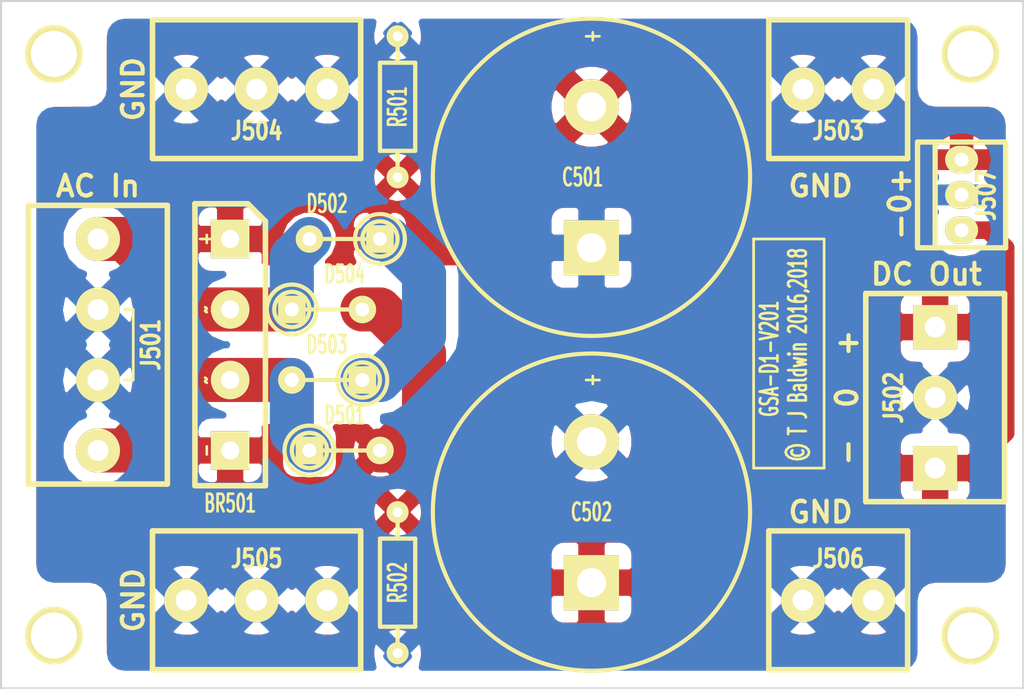
<source format=kicad_pcb>
(kicad_pcb (version 4) (host pcbnew 4.0.7)

  (general
    (links 35)
    (no_connects 0)
    (area 116.764999 76.73975 192.11925 129.12725)
    (thickness 1.6)
    (drawings 20)
    (tracks 27)
    (zones 0)
    (modules 20)
    (nets 6)
  )

  (page A4)
  (title_block
    (title Diamond-1)
    (date "January 2018")
    (rev 2.0.1)
    (company "Gemstone Amplification")
    (comment 1 "© Tim Baldwin 2016,2018")
    (comment 2 GSA-D1-V201)
    (comment 3 "Power Supply")
    (comment 4 "Stereo Amplifier")
  )

  (layers
    (0 F.Cu signal)
    (31 B.Cu signal)
    (32 B.Adhes user)
    (33 F.Adhes user)
    (34 B.Paste user)
    (35 F.Paste user)
    (36 B.SilkS user)
    (37 F.SilkS user)
    (38 B.Mask user)
    (39 F.Mask user)
    (40 Dwgs.User user)
    (41 Cmts.User user)
    (42 Eco1.User user)
    (43 Eco2.User user)
    (44 Edge.Cuts user)
    (45 Margin user)
    (46 B.CrtYd user)
    (47 F.CrtYd user)
    (48 B.Fab user)
    (49 F.Fab user)
  )

  (setup
    (last_trace_width 1.27)
    (user_trace_width 0.254)
    (user_trace_width 0.508)
    (user_trace_width 0.635)
    (user_trace_width 0.635)
    (user_trace_width 1.27)
    (user_trace_width 2.54)
    (user_trace_width 3.175)
    (user_trace_width 6.35)
    (trace_clearance 0.254)
    (zone_clearance 0.889)
    (zone_45_only yes)
    (trace_min 0.02)
    (segment_width 0.2)
    (edge_width 0.15)
    (via_size 1.524)
    (via_drill 0.7)
    (via_min_size 1.27)
    (via_min_drill 0.7)
    (user_via 1.27 0.7)
    (uvia_size 0.3)
    (uvia_drill 0.1)
    (uvias_allowed no)
    (uvia_min_size 0.007874)
    (uvia_min_drill 0.1)
    (pcb_text_width 0.3)
    (pcb_text_size 1.5 1.5)
    (mod_edge_width 0.15)
    (mod_text_size 1 1)
    (mod_text_width 0.15)
    (pad_size 2.778125 2.778125)
    (pad_drill 1.3)
    (pad_to_mask_clearance 0.2)
    (aux_axis_origin 116.84 78.105)
    (grid_origin 116.84 78.105)
    (visible_elements 7FFFFD7F)
    (pcbplotparams
      (layerselection 0x010f0_80000001)
      (usegerberextensions true)
      (excludeedgelayer true)
      (linewidth 0.100000)
      (plotframeref false)
      (viasonmask false)
      (mode 1)
      (useauxorigin true)
      (hpglpennumber 1)
      (hpglpenspeed 20)
      (hpglpendiameter 15)
      (hpglpenoverlay 2)
      (psnegative false)
      (psa4output false)
      (plotreference true)
      (plotvalue false)
      (plotinvisibletext false)
      (padsonsilk false)
      (subtractmaskfromsilk true)
      (outputformat 1)
      (mirror false)
      (drillshape 0)
      (scaleselection 1)
      (outputdirectory gerber/))
  )

  (net 0 "")
  (net 1 GND)
  (net 2 /AC1)
  (net 3 /V-)
  (net 4 /AC2)
  (net 5 /V+)

  (net_class Default "This is the default net class."
    (clearance 0.254)
    (trace_width 0.762)
    (via_dia 1.524)
    (via_drill 0.7)
    (uvia_dia 0.3)
    (uvia_drill 0.1)
    (add_net /AC1)
    (add_net /AC2)
    (add_net /V+)
    (add_net /V-)
  )

  (net_class Power ""
    (clearance 0.381)
    (trace_width 2.032)
    (via_dia 1.524)
    (via_drill 0.7)
    (uvia_dia 0.3)
    (uvia_drill 0.1)
    (add_net GND)
  )

  (net_class Small ""
    (clearance 0.254)
    (trace_width 0.635)
    (via_dia 1.27)
    (via_drill 0.7)
    (uvia_dia 0.3)
    (uvia_drill 0.1)
  )

  (module gsa:BR-SIL (layer F.Cu) (tedit 5AA42303) (tstamp 5A85E3C0)
    (at 133.35 102.87 270)
    (path /5A85E2F0)
    (fp_text reference BR501 (at 11.43 0 360) (layer F.SilkS)
      (effects (font (size 1.27 0.762) (thickness 0.1905)))
    )
    (fp_text value BRIDGE (at 0 3.81 270) (layer F.Fab) hide
      (effects (font (size 1.27 0.762) (thickness 0.1905)))
    )
    (fp_line (start -8.89 -2.54) (end -10.16 -1.27) (layer F.SilkS) (width 0.4))
    (fp_line (start -10.16 -1.27) (end -10.16 2.54) (layer F.SilkS) (width 0.4))
    (fp_line (start -8.89 -2.54) (end 10.16 -2.54) (layer F.SilkS) (width 0.4))
    (fp_text user ~~ (at 2.54 1.778 270) (layer F.SilkS)
      (effects (font (size 1.27 0.762) (thickness 0.1905)))
    )
    (fp_text user ~~ (at -2.54 1.778 270) (layer F.SilkS)
      (effects (font (size 1.27 0.762) (thickness 0.1905)))
    )
    (fp_text user ~ (at -2.54 1.27 270) (layer F.SilkS)
      (effects (font (size 1.27 0.762) (thickness 0.1905)))
    )
    (fp_text user ~ (at -2.54 1.27 270) (layer F.SilkS)
      (effects (font (size 1.27 0.762) (thickness 0.1905)))
    )
    (fp_line (start 10.16 -2.54) (end 10.16 2.54) (layer F.SilkS) (width 0.4))
    (fp_line (start 10.16 2.54) (end -10.16 2.54) (layer F.SilkS) (width 0.4))
    (fp_text user - (at 7.62 1.778 270) (layer F.SilkS)
      (effects (font (size 1.27 0.762) (thickness 0.1905)))
    )
    (fp_text user + (at -7.62 1.778 270) (layer F.SilkS)
      (effects (font (size 1.27 0.762) (thickness 0.1905)))
    )
    (pad A2 thru_hole circle (at 2.54 0 270) (size 2.778125 2.778125) (drill 1.3) (layers *.Cu *.Mask F.SilkS)
      (net 2 /AC1))
    (pad D2 thru_hole rect (at 7.62 0 270) (size 2.778125 2.778125) (drill 1.3) (layers *.Cu *.Mask F.SilkS)
      (net 3 /V-))
    (pad A1 thru_hole circle (at -2.54 0 270) (size 2.778125 2.778125) (drill 1.3) (layers *.Cu *.Mask F.SilkS)
      (net 4 /AC2))
    (pad D1 thru_hole rect (at -7.62 0 270) (size 2.778125 2.778125) (drill 1.3) (layers *.Cu *.Mask F.SilkS)
      (net 5 /V+))
    (model ${GSALIB}/gsa.3d/br-sil.wrl
      (at (xyz 0 0 0))
      (scale (xyz 1 1 1))
      (rotate (xyz 0 0 0))
    )
  )

  (module gsa:ELEC22R (layer F.Cu) (tedit 5AA40FCF) (tstamp 5A85E3C8)
    (at 159.385 90.805 270)
    (path /5A85E2DD)
    (fp_text reference C501 (at 0 0.635 360) (layer F.SilkS)
      (effects (font (size 1.27 0.762) (thickness 0.1905)))
    )
    (fp_text value 4700u (at 0 4.445 270) (layer F.SilkS) hide
      (effects (font (size 1.27 0.762) (thickness 0.1905)))
    )
    (fp_circle (center 0 0) (end 11.43 0) (layer F.SilkS) (width 0.3))
    (fp_text user + (at -10.16 0 270) (layer F.SilkS)
      (effects (font (size 1.27 0.762) (thickness 0.1905)))
    )
    (pad 1 thru_hole circle (at -5.08 0 270) (size 3.96875 3.96875) (drill 2.1) (layers *.Cu *.Mask F.SilkS)
      (net 5 /V+))
    (pad 2 thru_hole rect (at 5.08 0 270) (size 3.96875 3.96875) (drill 2.1) (layers *.Cu *.Mask F.SilkS)
      (net 1 GND))
    (model ${GSALIB}/gsa.3d/elec22r.wrl
      (at (xyz 0 0 0))
      (scale (xyz 1 1 1))
      (rotate (xyz 0 0 0))
    )
  )

  (module gsa:ELEC22R (layer F.Cu) (tedit 5AA40FD7) (tstamp 5A85E3D0)
    (at 159.385 114.935 270)
    (path /5A85E2E0)
    (fp_text reference C502 (at 0 0 360) (layer F.SilkS)
      (effects (font (size 1.27 0.762) (thickness 0.1905)))
    )
    (fp_text value 4700u (at 0 4.445 270) (layer F.SilkS) hide
      (effects (font (size 1.27 0.762) (thickness 0.1905)))
    )
    (fp_circle (center 0 0) (end 11.43 0) (layer F.SilkS) (width 0.3))
    (fp_text user + (at -9.525 0 270) (layer F.SilkS)
      (effects (font (size 1.27 0.762) (thickness 0.1905)))
    )
    (pad 1 thru_hole circle (at -5.08 0 270) (size 3.96875 3.96875) (drill 2.1) (layers *.Cu *.Mask F.SilkS)
      (net 1 GND))
    (pad 2 thru_hole rect (at 5.08 0 270) (size 3.96875 3.96875) (drill 2.1) (layers *.Cu *.Mask F.SilkS)
      (net 3 /V-))
    (model ${GSALIB}/gsa.3d/elec22r.wrl
      (at (xyz 0 0 0))
      (scale (xyz 1 1 1))
      (rotate (xyz 0 0 0))
    )
  )

  (module gsa:DIODE5 (layer F.Cu) (tedit 5A85E543) (tstamp 5A85E3D9)
    (at 141.605 110.49)
    (path /5A85E2EB)
    (fp_text reference D501 (at 0 -2.54) (layer F.SilkS)
      (effects (font (size 1.27 0.762) (thickness 0.1905)))
    )
    (fp_text value DIODE (at 0 2.54) (layer F.SilkS) hide
      (effects (font (size 1.27 0.762) (thickness 0.1905)))
    )
    (fp_circle (center -2.54 0) (end -1.27 1.27) (layer F.SilkS) (width 0.3))
    (fp_line (start -2.54 0) (end 2.54 0) (layer F.SilkS) (width 0.3048))
    (fp_circle (center -2.54 0) (end -3.81 0) (layer F.SilkS) (width 0.3048))
    (pad K thru_hole rect (at -2.54 0) (size 1.984375 1.984375) (drill 1) (layers *.Cu *.Mask F.SilkS)
      (net 2 /AC1))
    (pad A thru_hole circle (at 2.54 0) (size 1.984375 1.984375) (drill 1) (layers *.Cu *.Mask F.SilkS)
      (net 3 /V-))
    (model ${GSALIB}/gsa.3d/diode-v5.wrl
      (at (xyz 0 0 0))
      (scale (xyz 1 1 1))
      (rotate (xyz 0 0 0))
    )
  )

  (module gsa:DIODE5 (layer F.Cu) (tedit 5A85E52B) (tstamp 5A85E3E2)
    (at 140.335 100.33)
    (path /5A85E2E9)
    (fp_text reference D502 (at 0 -7.62) (layer F.SilkS)
      (effects (font (size 1.27 0.762) (thickness 0.1905)))
    )
    (fp_text value DIODE (at 0 2.54) (layer F.SilkS) hide
      (effects (font (size 1.27 0.762) (thickness 0.1905)))
    )
    (fp_circle (center -2.54 0) (end -1.27 1.27) (layer F.SilkS) (width 0.3))
    (fp_line (start -2.54 0) (end 2.54 0) (layer F.SilkS) (width 0.3048))
    (fp_circle (center -2.54 0) (end -3.81 0) (layer F.SilkS) (width 0.3048))
    (pad K thru_hole rect (at -2.54 0) (size 1.984375 1.984375) (drill 1) (layers *.Cu *.Mask F.SilkS)
      (net 4 /AC2))
    (pad A thru_hole circle (at 2.54 0) (size 1.984375 1.984375) (drill 1) (layers *.Cu *.Mask F.SilkS)
      (net 3 /V-))
    (model ${GSALIB}/gsa.3d/diode-v5.wrl
      (at (xyz 0 0 0))
      (scale (xyz 1 1 1))
      (rotate (xyz 0 0 0))
    )
  )

  (module gsa:DIODE5 (layer F.Cu) (tedit 5A85E547) (tstamp 5A85E3EB)
    (at 140.335 105.41 180)
    (path /5A85E2E8)
    (fp_text reference D503 (at 0 2.54 180) (layer F.SilkS)
      (effects (font (size 1.27 0.762) (thickness 0.1905)))
    )
    (fp_text value DIODE (at 0 2.54 180) (layer F.SilkS) hide
      (effects (font (size 1.27 0.762) (thickness 0.1905)))
    )
    (fp_circle (center -2.54 0) (end -1.27 1.27) (layer F.SilkS) (width 0.3))
    (fp_line (start -2.54 0) (end 2.54 0) (layer F.SilkS) (width 0.3048))
    (fp_circle (center -2.54 0) (end -3.81 0) (layer F.SilkS) (width 0.3048))
    (pad K thru_hole rect (at -2.54 0 180) (size 1.984375 1.984375) (drill 1) (layers *.Cu *.Mask F.SilkS)
      (net 5 /V+))
    (pad A thru_hole circle (at 2.54 0 180) (size 1.984375 1.984375) (drill 1) (layers *.Cu *.Mask F.SilkS)
      (net 2 /AC1))
    (model ${GSALIB}/gsa.3d/diode-v5.wrl
      (at (xyz 0 0 0))
      (scale (xyz 1 1 1))
      (rotate (xyz 0 0 0))
    )
  )

  (module gsa:DIODE5 (layer F.Cu) (tedit 5A64C5FC) (tstamp 5A85E3F4)
    (at 141.605 95.25 180)
    (path /5A85E2EA)
    (fp_text reference D504 (at 0 -2.54 180) (layer F.SilkS)
      (effects (font (size 1.27 0.762) (thickness 0.1905)))
    )
    (fp_text value DIODE (at 0 2.54 180) (layer F.SilkS) hide
      (effects (font (size 1.27 0.762) (thickness 0.1905)))
    )
    (fp_circle (center -2.54 0) (end -1.27 1.27) (layer F.SilkS) (width 0.3))
    (fp_line (start -2.54 0) (end 2.54 0) (layer F.SilkS) (width 0.3048))
    (fp_circle (center -2.54 0) (end -3.81 0) (layer F.SilkS) (width 0.3048))
    (pad K thru_hole rect (at -2.54 0 180) (size 1.984375 1.984375) (drill 1) (layers *.Cu *.Mask F.SilkS)
      (net 5 /V+))
    (pad A thru_hole circle (at 2.54 0 180) (size 1.984375 1.984375) (drill 1) (layers *.Cu *.Mask F.SilkS)
      (net 4 /AC2))
    (model ${GSALIB}/gsa.3d/diode-v5.wrl
      (at (xyz 0 0 0))
      (scale (xyz 1 1 1))
      (rotate (xyz 0 0 0))
    )
  )

  (module gsa:HOLE33 (layer F.Cu) (tedit 566F1957) (tstamp 5A85E3FA)
    (at 120.65 81.915)
    (path /5A85E2EC)
    (fp_text reference H501 (at 0 3.81) (layer F.SilkS) hide
      (effects (font (size 1.27 0.762) (thickness 0.1905)))
    )
    (fp_text value HOLE (at 0 -3.81) (layer F.SilkS) hide
      (effects (font (size 1.27 0.762) (thickness 0.1905)))
    )
    (fp_circle (center 0 0) (end -1.778 -0.762) (layer F.SilkS) (width 0.3048))
    (pad H thru_hole circle (at 0 0) (size 3.556 3.556) (drill 3.3) (layers *.Cu *.Mask F.SilkS))
  )

  (module gsa:HOLE33 (layer F.Cu) (tedit 566F1957) (tstamp 5A85E400)
    (at 186.69 123.825)
    (path /5A85E2ED)
    (fp_text reference H502 (at 0 3.81) (layer F.SilkS) hide
      (effects (font (size 1.27 0.762) (thickness 0.1905)))
    )
    (fp_text value HOLE (at 0 -3.81) (layer F.SilkS) hide
      (effects (font (size 1.27 0.762) (thickness 0.1905)))
    )
    (fp_circle (center 0 0) (end -1.778 -0.762) (layer F.SilkS) (width 0.3048))
    (pad H thru_hole circle (at 0 0) (size 3.556 3.556) (drill 3.3) (layers *.Cu *.Mask F.SilkS))
  )

  (module gsa:HOLE33 (layer F.Cu) (tedit 566F1957) (tstamp 5A85E406)
    (at 186.69 81.915)
    (path /5A85E2EE)
    (fp_text reference H503 (at 0 3.81) (layer F.SilkS) hide
      (effects (font (size 1.27 0.762) (thickness 0.1905)))
    )
    (fp_text value HOLE (at 0 -3.81) (layer F.SilkS) hide
      (effects (font (size 1.27 0.762) (thickness 0.1905)))
    )
    (fp_circle (center 0 0) (end -1.778 -0.762) (layer F.SilkS) (width 0.3048))
    (pad H thru_hole circle (at 0 0) (size 3.556 3.556) (drill 3.3) (layers *.Cu *.Mask F.SilkS))
  )

  (module gsa:HOLE33 (layer F.Cu) (tedit 566F1957) (tstamp 5A85E40C)
    (at 120.65 123.825)
    (path /5A85E2EF)
    (fp_text reference H504 (at 0 3.81) (layer F.SilkS) hide
      (effects (font (size 1.27 0.762) (thickness 0.1905)))
    )
    (fp_text value HOLE (at 0 -3.81) (layer F.SilkS) hide
      (effects (font (size 1.27 0.762) (thickness 0.1905)))
    )
    (fp_circle (center 0 0) (end -1.778 -0.762) (layer F.SilkS) (width 0.3048))
    (pad H thru_hole circle (at 0 0) (size 3.556 3.556) (drill 3.3) (layers *.Cu *.Mask F.SilkS))
  )

  (module gsa:SCREW4 (layer F.Cu) (tedit 5A85E562) (tstamp 5A85E419)
    (at 123.825 102.87 270)
    (path /5A85E2F5)
    (fp_text reference J501 (at 0 -3.81 270) (layer F.SilkS)
      (effects (font (size 1.27 1.016) (thickness 0.254)))
    )
    (fp_text value CONN-4 (at 0 3.175 270) (layer F.SilkS) hide
      (effects (font (size 1.27 0.762) (thickness 0.1905)))
    )
    (fp_line (start -10.04 5) (end 10.04 5) (layer F.SilkS) (width 0.4))
    (fp_line (start -10.04 -5) (end 10.04 -5) (layer F.SilkS) (width 0.4))
    (fp_line (start 10.04 -5) (end 10.04 5) (layer F.SilkS) (width 0.4))
    (fp_line (start -10.04 0) (end -10.04 -5) (layer F.SilkS) (width 0.4))
    (fp_line (start -10.04 5) (end -10.04 0) (layer F.SilkS) (width 0.4))
    (pad 4 thru_hole circle (at 7.62 0 270) (size 3.175 3.175) (drill 1.5) (layers *.Cu *.Mask F.SilkS)
      (net 2 /AC1))
    (pad 1 thru_hole circle (at -7.62 0 270) (size 3.175 3.175) (drill 1.5) (layers *.Cu *.Mask F.SilkS)
      (net 4 /AC2))
    (pad 2 thru_hole circle (at -2.54 0 270) (size 3.175 3.175) (drill 1.5) (layers *.Cu *.Mask F.SilkS)
      (net 1 GND))
    (pad 3 thru_hole circle (at 2.54 0 270) (size 3.175 3.175) (drill 1.5) (layers *.Cu *.Mask F.SilkS)
      (net 1 GND))
    (model ${GSALIB}/gsa.3d/screw4.wrl
      (at (xyz 0 0 0))
      (scale (xyz 1 1 1))
      (rotate (xyz 0 0 0))
    )
  )

  (module gsa:RES10 (layer F.Cu) (tedit 566F1DB8) (tstamp 5A85E475)
    (at 145.415 85.725 270)
    (path /5A85E2E1)
    (fp_text reference R501 (at 0 0 270) (layer F.SilkS)
      (effects (font (size 1.27 0.762) (thickness 0.1905)))
    )
    (fp_text value 2.7k (at 0 2.54 270) (layer F.SilkS) hide
      (effects (font (size 1.27 0.762) (thickness 0.1905)))
    )
    (fp_line (start -3.175 0) (end -5.08 0) (layer F.SilkS) (width 0.3048))
    (fp_line (start 3.175 0) (end 5.08 0) (layer F.SilkS) (width 0.3048))
    (fp_line (start -3.175 -1.27) (end -3.175 1.27) (layer F.SilkS) (width 0.3048))
    (fp_line (start -3.175 1.27) (end 3.175 1.27) (layer F.SilkS) (width 0.3048))
    (fp_line (start 3.175 1.27) (end 3.175 -1.27) (layer F.SilkS) (width 0.3048))
    (fp_line (start 3.175 -1.27) (end -3.175 -1.27) (layer F.SilkS) (width 0.3048))
    (pad 1 thru_hole circle (at -5.08 0 270) (size 1.5875 1.5875) (drill 0.7) (layers *.Cu *.Mask F.SilkS)
      (net 1 GND))
    (pad 2 thru_hole circle (at 5.08 0 270) (size 1.5875 1.5875) (drill 0.7) (layers *.Cu *.Mask F.SilkS)
      (net 5 /V+))
    (model ${GSALIB}/gsa.3d/res10.wrl
      (at (xyz 0 0 0))
      (scale (xyz 1 1 1))
      (rotate (xyz 0 0 0))
    )
  )

  (module gsa:RES10 (layer F.Cu) (tedit 566F1DB8) (tstamp 5A85E481)
    (at 145.415 120.015 270)
    (path /5A85E2E2)
    (fp_text reference R502 (at 0 0 270) (layer F.SilkS)
      (effects (font (size 1.27 0.762) (thickness 0.1905)))
    )
    (fp_text value 2.7k (at 0 2.54 270) (layer F.SilkS) hide
      (effects (font (size 1.27 0.762) (thickness 0.1905)))
    )
    (fp_line (start -3.175 0) (end -5.08 0) (layer F.SilkS) (width 0.3048))
    (fp_line (start 3.175 0) (end 5.08 0) (layer F.SilkS) (width 0.3048))
    (fp_line (start -3.175 -1.27) (end -3.175 1.27) (layer F.SilkS) (width 0.3048))
    (fp_line (start -3.175 1.27) (end 3.175 1.27) (layer F.SilkS) (width 0.3048))
    (fp_line (start 3.175 1.27) (end 3.175 -1.27) (layer F.SilkS) (width 0.3048))
    (fp_line (start 3.175 -1.27) (end -3.175 -1.27) (layer F.SilkS) (width 0.3048))
    (pad 1 thru_hole circle (at -5.08 0 270) (size 1.5875 1.5875) (drill 0.7) (layers *.Cu *.Mask F.SilkS)
      (net 3 /V-))
    (pad 2 thru_hole circle (at 5.08 0 270) (size 1.5875 1.5875) (drill 0.7) (layers *.Cu *.Mask F.SilkS)
      (net 1 GND))
    (model ${GSALIB}/gsa.3d/res10.wrl
      (at (xyz 0 0 0))
      (scale (xyz 1 1 1))
      (rotate (xyz 0 0 0))
    )
  )

  (module gsa:MOLEX3 (layer F.Cu) (tedit 5AA41265) (tstamp 5AA40E68)
    (at 186.055 92.075 90)
    (path /5A85E2E6)
    (fp_text reference J507 (at 0 1.778 90) (layer F.SilkS)
      (effects (font (size 1.27 1.016) (thickness 0.254)))
    )
    (fp_text value CONN-3 (at 0 4.572 90) (layer F.SilkS) hide
      (effects (font (size 1.27 0.762) (thickness 0.1905)))
    )
    (fp_line (start 3.81 -1.905) (end -3.81 -1.905) (layer F.SilkS) (width 0.381))
    (fp_line (start -3.81 3.175) (end 3.81 3.175) (layer F.SilkS) (width 0.381))
    (fp_line (start 3.81 3.175) (end 3.81 -3.175) (layer F.SilkS) (width 0.381))
    (fp_line (start 3.81 -3.175) (end -3.81 -3.175) (layer F.SilkS) (width 0.381))
    (fp_line (start -3.81 3.175) (end -3.81 -1.27) (layer F.SilkS) (width 0.381))
    (fp_line (start -3.81 -1.27) (end -3.81 -3.175) (layer F.SilkS) (width 0.381))
    (pad 1 thru_hole oval (at -2.54 0 90) (size 1.984375 2.3749) (drill 1) (layers *.Cu *.Mask F.SilkS)
      (net 3 /V-))
    (pad 2 thru_hole oval (at 0 0 90) (size 1.984375 2.3749) (drill 1) (layers *.Cu *.Mask F.SilkS)
      (net 1 GND))
    (pad 3 thru_hole oval (at 2.54 0 90) (size 1.984375 2.3749) (drill 1) (layers *.Cu *.Mask F.SilkS)
      (net 5 /V+))
    (model ${GSALIB}/gsa.3d/conn3.wrl
      (at (xyz 0 0 0))
      (scale (xyz 1 1 1))
      (rotate (xyz 0 0 90))
    )
  )

  (module gsa:SCREW2 (layer F.Cu) (tedit 5AA4129C) (tstamp 5AA40F50)
    (at 177.165 84.455 180)
    (path /5AA413BE)
    (fp_text reference J503 (at 0 -3 180) (layer F.SilkS)
      (effects (font (size 1.27 1.016) (thickness 0.254)))
    )
    (fp_text value CONN-2 (at 0 3 180) (layer F.SilkS) hide
      (effects (font (size 1.27 0.762) (thickness 0.1905)))
    )
    (fp_line (start -5 5) (end 5 5) (layer F.SilkS) (width 0.4))
    (fp_line (start -5 -5) (end 5 -5) (layer F.SilkS) (width 0.4))
    (fp_line (start -5 0) (end -5 -5) (layer F.SilkS) (width 0.4))
    (fp_line (start 5 -5) (end 5 5) (layer F.SilkS) (width 0.4))
    (fp_line (start -5 5) (end -5 0) (layer F.SilkS) (width 0.4))
    (pad 1 thru_hole circle (at -2.54 0 180) (size 3.175 3.175) (drill 1.5) (layers *.Cu *.Mask F.SilkS)
      (net 1 GND))
    (pad 2 thru_hole circle (at 2.54 0 180) (size 3.175 3.175) (drill 1.5) (layers *.Cu *.Mask F.SilkS)
      (net 1 GND))
    (model ${GSALIB}/gsa.3d/screw2.wrl
      (at (xyz 0 0 0))
      (scale (xyz 1 1 1))
      (rotate (xyz 0 0 0))
    )
  )

  (module gsa:SCREW3 (layer F.Cu) (tedit 5AA4128F) (tstamp 5AA40F5C)
    (at 135.255 84.455 180)
    (path /5AA41281)
    (fp_text reference J504 (at 0 -3 180) (layer F.SilkS)
      (effects (font (size 1.27 1.016) (thickness 0.254)))
    )
    (fp_text value CONN-3 (at 0 3 180) (layer F.SilkS) hide
      (effects (font (size 1.27 0.762) (thickness 0.1905)))
    )
    (fp_line (start -7.5 5) (end 7.5 5) (layer F.SilkS) (width 0.4))
    (fp_line (start -7.5 -5) (end 7.5 -5) (layer F.SilkS) (width 0.4))
    (fp_line (start 7.5 -5) (end 7.5 5) (layer F.SilkS) (width 0.4))
    (fp_line (start -7.5 0) (end -7.5 -5) (layer F.SilkS) (width 0.4))
    (fp_line (start -7.5 5) (end -7.5 0) (layer F.SilkS) (width 0.4))
    (pad 1 thru_hole circle (at -5.08 0 180) (size 3.175 3.175) (drill 1.5) (layers *.Cu *.Mask F.SilkS)
      (net 1 GND))
    (pad 2 thru_hole circle (at 0 0 180) (size 3.175 3.175) (drill 1.5) (layers *.Cu *.Mask F.SilkS)
      (net 1 GND))
    (pad 3 thru_hole circle (at 5.08 0 180) (size 3.175 3.175) (drill 1.5) (layers *.Cu *.Mask F.SilkS)
      (net 1 GND))
    (model ${GSALIB}/gsa.3d/screw3.wrl
      (at (xyz 0 0 0))
      (scale (xyz 1 1 1))
      (rotate (xyz 0 0 0))
    )
  )

  (module gsa:SCREW3 (layer F.Cu) (tedit 5AA41287) (tstamp 5AA40F68)
    (at 135.255 121.285)
    (path /5AA412F1)
    (fp_text reference J505 (at 0 -3) (layer F.SilkS)
      (effects (font (size 1.27 1.016) (thickness 0.254)))
    )
    (fp_text value CONN-3 (at 0 3) (layer F.SilkS) hide
      (effects (font (size 1.27 0.762) (thickness 0.1905)))
    )
    (fp_line (start -7.5 5) (end 7.5 5) (layer F.SilkS) (width 0.4))
    (fp_line (start -7.5 -5) (end 7.5 -5) (layer F.SilkS) (width 0.4))
    (fp_line (start 7.5 -5) (end 7.5 5) (layer F.SilkS) (width 0.4))
    (fp_line (start -7.5 0) (end -7.5 -5) (layer F.SilkS) (width 0.4))
    (fp_line (start -7.5 5) (end -7.5 0) (layer F.SilkS) (width 0.4))
    (pad 1 thru_hole circle (at -5.08 0) (size 3.175 3.175) (drill 1.5) (layers *.Cu *.Mask F.SilkS)
      (net 1 GND))
    (pad 2 thru_hole circle (at 0 0) (size 3.175 3.175) (drill 1.5) (layers *.Cu *.Mask F.SilkS)
      (net 1 GND))
    (pad 3 thru_hole circle (at 5.08 0) (size 3.175 3.175) (drill 1.5) (layers *.Cu *.Mask F.SilkS)
      (net 1 GND))
    (model ${GSALIB}/gsa.3d/screw3.wrl
      (at (xyz 0 0 0))
      (scale (xyz 1 1 1))
      (rotate (xyz 0 0 0))
    )
  )

  (module gsa:SCREW2 (layer F.Cu) (tedit 5AA412A7) (tstamp 5AA40F73)
    (at 177.165 121.285)
    (path /5AA41458)
    (fp_text reference J506 (at 0 -3) (layer F.SilkS)
      (effects (font (size 1.27 1.016) (thickness 0.254)))
    )
    (fp_text value CONN-2 (at 0 3) (layer F.SilkS) hide
      (effects (font (size 1.27 0.762) (thickness 0.1905)))
    )
    (fp_line (start -5 5) (end 5 5) (layer F.SilkS) (width 0.4))
    (fp_line (start -5 -5) (end 5 -5) (layer F.SilkS) (width 0.4))
    (fp_line (start -5 0) (end -5 -5) (layer F.SilkS) (width 0.4))
    (fp_line (start 5 -5) (end 5 5) (layer F.SilkS) (width 0.4))
    (fp_line (start -5 5) (end -5 0) (layer F.SilkS) (width 0.4))
    (pad 1 thru_hole circle (at -2.54 0) (size 3.175 3.175) (drill 1.5) (layers *.Cu *.Mask F.SilkS)
      (net 1 GND))
    (pad 2 thru_hole circle (at 2.54 0) (size 3.175 3.175) (drill 1.5) (layers *.Cu *.Mask F.SilkS)
      (net 1 GND))
    (model ${GSALIB}/gsa.3d/screw2.wrl
      (at (xyz 0 0 0))
      (scale (xyz 1 1 1))
      (rotate (xyz 0 0 0))
    )
  )

  (module gsa:SCREW3 (layer F.Cu) (tedit 5AA41278) (tstamp 5AA4108B)
    (at 184.15 106.68 90)
    (path /5A85E2E5)
    (fp_text reference J502 (at 0 -3 90) (layer F.SilkS)
      (effects (font (size 1.27 1.016) (thickness 0.254)))
    )
    (fp_text value CONN-3 (at 0 3 90) (layer F.SilkS) hide
      (effects (font (size 1.27 0.762) (thickness 0.1905)))
    )
    (fp_line (start -7.5 5) (end 7.5 5) (layer F.SilkS) (width 0.4))
    (fp_line (start -7.5 -5) (end 7.5 -5) (layer F.SilkS) (width 0.4))
    (fp_line (start 7.5 -5) (end 7.5 5) (layer F.SilkS) (width 0.4))
    (fp_line (start -7.5 0) (end -7.5 -5) (layer F.SilkS) (width 0.4))
    (fp_line (start -7.5 5) (end -7.5 0) (layer F.SilkS) (width 0.4))
    (pad 1 thru_hole rect (at -5.08 0 90) (size 3.175 3.175) (drill 1.5) (layers *.Cu *.Mask F.SilkS)
      (net 3 /V-))
    (pad 2 thru_hole circle (at 0 0 90) (size 3.175 3.175) (drill 1.5) (layers *.Cu *.Mask F.SilkS)
      (net 1 GND))
    (pad 3 thru_hole rect (at 5.08 0 90) (size 3.175 3.175) (drill 1.5) (layers *.Cu *.Mask F.SilkS)
      (net 5 /V+))
    (model ${GSALIB}/gsa.3d/screw3.wrl
      (at (xyz 0 0 0))
      (scale (xyz 1 1 1))
      (rotate (xyz 0 0 0))
    )
  )

  (gr_line (start 116.84 127.635) (end 116.84 78.105) (angle 90) (layer Edge.Cuts) (width 0.15))
  (gr_line (start 190.5 127.635) (end 116.84 127.635) (angle 90) (layer Edge.Cuts) (width 0.15))
  (gr_line (start 190.5 78.105) (end 190.5 127.635) (angle 90) (layer Edge.Cuts) (width 0.15))
  (gr_line (start 116.84 78.105) (end 190.5 78.105) (angle 90) (layer Edge.Cuts) (width 0.15))
  (gr_line (start 176.149 95.25) (end 176.149 111.76) (angle 90) (layer F.SilkS) (width 0.2))
  (gr_line (start 171.069 95.25) (end 176.149 95.25) (angle 90) (layer F.SilkS) (width 0.2))
  (gr_line (start 171.069 111.76) (end 171.069 95.25) (angle 90) (layer F.SilkS) (width 0.2))
  (gr_line (start 176.149 111.76) (end 171.069 111.76) (angle 90) (layer F.SilkS) (width 0.2))
  (gr_text -0+ (at 181.61 92.71 90) (layer F.SilkS)
    (effects (font (size 1.5 1.5) (thickness 0.3)))
  )
  (gr_line (start 126.365 105.41) (end 125.73 105.41) (angle 90) (layer F.SilkS) (width 0.2))
  (gr_line (start 126.365 100.33) (end 126.365 105.41) (angle 90) (layer F.SilkS) (width 0.2))
  (gr_line (start 125.73 100.33) (end 126.365 100.33) (angle 90) (layer F.SilkS) (width 0.2))
  (gr_text "DC Out" (at 183.515 97.79) (layer F.SilkS)
    (effects (font (size 1.5 1.5) (thickness 0.3)))
  )
  (gr_text "-  0  +" (at 177.8 106.68 90) (layer F.SilkS)
    (effects (font (size 1.5 1.5) (thickness 0.3)))
  )
  (gr_text GND (at 175.895 114.935) (layer F.SilkS)
    (effects (font (size 1.5 1.5) (thickness 0.3)))
  )
  (gr_text GND (at 126.365 121.285 90) (layer F.SilkS)
    (effects (font (size 1.5 1.5) (thickness 0.3)))
  )
  (gr_text GND (at 126.365 84.455 90) (layer F.SilkS)
    (effects (font (size 1.5 1.5) (thickness 0.3)))
  )
  (gr_text GND (at 175.895 91.44) (layer F.SilkS)
    (effects (font (size 1.5 1.5) (thickness 0.3)))
  )
  (gr_text "AC In" (at 123.825 91.44) (layer F.SilkS)
    (effects (font (size 1.5 1.5) (thickness 0.3)))
  )
  (gr_text "GSA-D1-V201\n © T J Baldwin 2016,2018\n" (at 173.228 103.886 90) (layer F.SilkS) (tstamp 56CE0164)
    (effects (font (size 1.27 0.762) (thickness 0.1905)))
  )

  (segment (start 137.795 105.41) (end 137.795 109.22) (width 3.175) (layer B.Cu) (net 2) (status 10))
  (segment (start 137.795 109.22) (end 139.065 110.49) (width 3.175) (layer B.Cu) (net 2) (tstamp 5AA429D2) (status 20))
  (segment (start 133.35 105.41) (end 137.795 105.41) (width 3.175) (layer F.Cu) (net 2) (status 30))
  (segment (start 123.825 110.49) (end 125.73 110.49) (width 3.175) (layer F.Cu) (net 2) (status 10))
  (segment (start 130.81 105.41) (end 133.35 105.41) (width 3.175) (layer F.Cu) (net 2) (tstamp 5AA4250D) (status 20))
  (segment (start 125.73 110.49) (end 130.81 105.41) (width 3.175) (layer F.Cu) (net 2) (tstamp 5AA42509))
  (segment (start 184.15 111.76) (end 186.69 111.76) (width 1.27) (layer F.Cu) (net 3) (status 10))
  (segment (start 189.23 109.22) (end 186.69 111.76) (width 1.27) (layer F.Cu) (net 3) (tstamp 5AA5232F))
  (segment (start 187.96 94.615) (end 189.23 95.885) (width 1.27) (layer F.Cu) (net 3) (tstamp 5AA42285))
  (segment (start 189.23 95.885) (end 189.23 109.22) (width 1.27) (layer F.Cu) (net 3) (tstamp 5AA4228A))
  (segment (start 187.96 94.615) (end 186.69 94.615) (width 1.27) (layer F.Cu) (net 3) (status 20))
  (segment (start 144.145 110.49) (end 144.78 110.49) (width 3.175) (layer F.Cu) (net 3) (status 30))
  (segment (start 144.78 110.49) (end 147.32 107.95) (width 3.175) (layer F.Cu) (net 3) (tstamp 5AA429B8) (status 10))
  (segment (start 147.32 103.505) (end 147.32 107.95) (width 3.175) (layer F.Cu) (net 3) (tstamp 5AA42529))
  (segment (start 144.145 100.33) (end 147.32 103.505) (width 3.175) (layer F.Cu) (net 3) (tstamp 5AA42524))
  (segment (start 142.875 100.33) (end 144.145 100.33) (width 3.175) (layer F.Cu) (net 3) (status 10))
  (segment (start 137.795 100.33) (end 137.795 96.52) (width 3.175) (layer B.Cu) (net 4) (status 10))
  (segment (start 137.795 96.52) (end 139.065 95.25) (width 3.175) (layer B.Cu) (net 4) (tstamp 5AA429CE) (status 20))
  (segment (start 133.35 100.33) (end 137.795 100.33) (width 3.175) (layer F.Cu) (net 4) (status 30))
  (segment (start 123.825 95.25) (end 125.73 95.25) (width 3.175) (layer F.Cu) (net 4) (status 10))
  (segment (start 130.81 100.33) (end 133.35 100.33) (width 3.175) (layer F.Cu) (net 4) (tstamp 5AA424E5) (status 20))
  (segment (start 125.73 95.25) (end 130.81 100.33) (width 3.175) (layer F.Cu) (net 4) (tstamp 5AA42618))
  (segment (start 144.145 95.25) (end 144.78 95.25) (width 3.175) (layer B.Cu) (net 5) (status 30))
  (segment (start 144.78 95.25) (end 147.32 97.79) (width 3.175) (layer B.Cu) (net 5) (tstamp 5AA429C4) (status 10))
  (segment (start 147.32 97.79) (end 147.32 102.235) (width 3.175) (layer B.Cu) (net 5) (tstamp 5AA4253A))
  (segment (start 147.32 102.235) (end 144.145 105.41) (width 3.175) (layer B.Cu) (net 5) (tstamp 5AA4253D))
  (segment (start 142.875 105.41) (end 144.145 105.41) (width 3.175) (layer B.Cu) (net 5) (tstamp 5AA4253E) (status 10))

  (zone (net 3) (net_name /V-) (layer F.Cu) (tstamp 5A636F9E) (hatch edge 0.508)
    (connect_pads (clearance 0.889))
    (min_thickness 0.508)
    (fill yes (arc_segments 16) (thermal_gap 0.889) (thermal_bridge_width 1.905) (smoothing fillet) (radius 1.27))
    (polygon
      (pts
        (xy 189.23 120.015) (xy 182.88 120.015) (xy 182.88 125.73) (xy 124.46 125.73) (xy 124.46 120.015)
        (xy 119.38 120.015) (xy 119.38 108.585) (xy 189.23 108.585)
      )
    )
    (filled_polygon
      (pts
        (xy 121.511544 108.941276) (xy 121.094975 109.944487) (xy 121.094027 111.030747) (xy 121.508845 112.034684) (xy 122.276276 112.803456)
        (xy 123.279487 113.220025) (xy 124.365747 113.220973) (xy 124.366892 113.2205) (xy 125.73 113.2205) (xy 126.774917 113.012653)
        (xy 127.660755 112.420755) (xy 128.611229 111.470281) (xy 130.817938 111.470281) (xy 130.817938 112.106419) (xy 130.991949 112.52652)
        (xy 131.313481 112.848051) (xy 131.733581 113.022062) (xy 132.369719 113.022062) (xy 132.655469 112.736312) (xy 132.655469 111.184531)
        (xy 134.044531 111.184531) (xy 134.044531 112.736312) (xy 134.330281 113.022062) (xy 134.966419 113.022062) (xy 135.386519 112.848051)
        (xy 135.708051 112.52652) (xy 135.882062 112.106419) (xy 135.882062 111.470281) (xy 135.596312 111.184531) (xy 134.044531 111.184531)
        (xy 132.655469 111.184531) (xy 131.103688 111.184531) (xy 130.817938 111.470281) (xy 128.611229 111.470281) (xy 130.817938 109.263572)
        (xy 130.817938 109.509719) (xy 131.103688 109.795469) (xy 132.655469 109.795469) (xy 132.655469 109.7715) (xy 134.044531 109.7715)
        (xy 134.044531 109.795469) (xy 135.596312 109.795469) (xy 135.882062 109.509719) (xy 135.882062 108.873581) (xy 135.867738 108.839)
        (xy 137.139588 108.839) (xy 136.999237 109.04441) (xy 136.907421 109.497813) (xy 136.907421 111.482187) (xy 136.987121 111.905757)
        (xy 137.237451 112.294781) (xy 137.61941 112.555763) (xy 138.072813 112.647579) (xy 140.057187 112.647579) (xy 140.480757 112.567879)
        (xy 140.869781 112.317549) (xy 140.997045 112.131292) (xy 143.20529 112.131292) (xy 143.300396 112.496502) (xy 144.132543 112.666982)
        (xy 144.966586 112.506036) (xy 144.989604 112.496502) (xy 145.08471 112.131292) (xy 144.145 111.191581) (xy 143.20529 112.131292)
        (xy 140.997045 112.131292) (xy 141.130763 111.93559) (xy 141.222579 111.482187) (xy 141.222579 110.477543) (xy 141.968018 110.477543)
        (xy 142.128964 111.311586) (xy 142.138498 111.334604) (xy 142.503708 111.42971) (xy 143.443419 110.49) (xy 144.846581 110.49)
        (xy 145.786292 111.42971) (xy 146.151502 111.334604) (xy 146.321982 110.502457) (xy 146.161036 109.668414) (xy 146.151502 109.645396)
        (xy 145.786292 109.55029) (xy 144.846581 110.49) (xy 143.443419 110.49) (xy 142.503708 109.55029) (xy 142.138498 109.645396)
        (xy 141.968018 110.477543) (xy 141.222579 110.477543) (xy 141.222579 109.497813) (xy 141.142879 109.074243) (xy 140.991504 108.839)
        (xy 143.207818 108.839) (xy 143.20529 108.848708) (xy 144.145 109.788419) (xy 145.08471 108.848708) (xy 145.082182 108.839)
        (xy 156.420608 108.839) (xy 156.258169 109.230198) (xy 156.257083 110.474344) (xy 156.732194 111.624201) (xy 157.611171 112.504714)
        (xy 158.760198 112.981831) (xy 160.004344 112.982917) (xy 160.581962 112.74425) (xy 181.4195 112.74425) (xy 181.4195 113.574857)
        (xy 181.593511 113.994958) (xy 181.915043 114.316489) (xy 182.335143 114.4905) (xy 183.16575 114.4905) (xy 183.4515 114.20475)
        (xy 183.4515 112.4585) (xy 184.8485 112.4585) (xy 184.8485 114.20475) (xy 185.13425 114.4905) (xy 185.964857 114.4905)
        (xy 186.384957 114.316489) (xy 186.706489 113.994958) (xy 186.8805 113.574857) (xy 186.8805 112.74425) (xy 186.59475 112.4585)
        (xy 184.8485 112.4585) (xy 183.4515 112.4585) (xy 181.70525 112.4585) (xy 181.4195 112.74425) (xy 160.581962 112.74425)
        (xy 161.154201 112.507806) (xy 162.034714 111.628829) (xy 162.511831 110.479802) (xy 162.512917 109.235656) (xy 162.349022 108.839)
        (xy 182.447089 108.839) (xy 182.601276 108.993456) (xy 182.68808 109.0295) (xy 182.335143 109.0295) (xy 181.915043 109.203511)
        (xy 181.593511 109.525042) (xy 181.4195 109.945143) (xy 181.4195 110.77575) (xy 181.70525 111.0615) (xy 183.4515 111.0615)
        (xy 183.4515 111.0415) (xy 184.8485 111.0415) (xy 184.8485 111.0615) (xy 186.59475 111.0615) (xy 186.8805 110.77575)
        (xy 186.8805 109.945143) (xy 186.706489 109.525042) (xy 186.384957 109.203511) (xy 185.964857 109.0295) (xy 185.613983 109.0295)
        (xy 185.694684 108.996155) (xy 185.852114 108.839) (xy 187.934985 108.839) (xy 188.346902 108.920935) (xy 188.674902 109.140098)
        (xy 188.894065 109.468098) (xy 188.976 109.880015) (xy 188.976 118.719985) (xy 188.894065 119.131902) (xy 188.674902 119.459902)
        (xy 188.346902 119.679065) (xy 187.934985 119.761) (xy 184.15 119.761) (xy 184.100447 119.765881) (xy 183.614439 119.862554)
        (xy 183.522877 119.90048) (xy 183.110859 120.175781) (xy 183.040781 120.245859) (xy 182.76548 120.657877) (xy 182.727554 120.749439)
        (xy 182.630881 121.235447) (xy 182.626 121.285) (xy 182.626 124.434985) (xy 182.544065 124.846902) (xy 182.324902 125.174902)
        (xy 181.996902 125.394065) (xy 181.584985 125.476) (xy 147.351418 125.476) (xy 147.352085 124.711447) (xy 147.057854 123.999353)
        (xy 146.513513 123.454061) (xy 145.801933 123.158587) (xy 145.031447 123.157915) (xy 144.319353 123.452146) (xy 143.774061 123.996487)
        (xy 143.478587 124.708067) (xy 143.477917 125.476) (xy 125.755015 125.476) (xy 125.343098 125.394065) (xy 125.015098 125.174902)
        (xy 124.795935 124.846902) (xy 124.714 124.434985) (xy 124.714 121.825747) (xy 127.444027 121.825747) (xy 127.858845 122.829684)
        (xy 128.626276 123.598456) (xy 129.629487 124.015025) (xy 130.715747 124.015973) (xy 131.719684 123.601155) (xy 132.488456 122.833724)
        (xy 132.715043 122.288041) (xy 132.938845 122.829684) (xy 133.706276 123.598456) (xy 134.709487 124.015025) (xy 135.795747 124.015973)
        (xy 136.799684 123.601155) (xy 137.568456 122.833724) (xy 137.795043 122.288041) (xy 138.018845 122.829684) (xy 138.786276 123.598456)
        (xy 139.789487 124.015025) (xy 140.875747 124.015973) (xy 141.879684 123.601155) (xy 142.648456 122.833724) (xy 143.065025 121.830513)
        (xy 143.06575 120.99925) (xy 156.257625 120.99925) (xy 156.257625 122.226732) (xy 156.431636 122.646833) (xy 156.753168 122.968364)
        (xy 157.173268 123.142375) (xy 158.40075 123.142375) (xy 158.6865 122.856625) (xy 158.6865 120.7135) (xy 160.0835 120.7135)
        (xy 160.0835 122.856625) (xy 160.36925 123.142375) (xy 161.596732 123.142375) (xy 162.016832 122.968364) (xy 162.338364 122.646833)
        (xy 162.512375 122.226732) (xy 162.512375 121.825747) (xy 171.894027 121.825747) (xy 172.308845 122.829684) (xy 173.076276 123.598456)
        (xy 174.079487 124.015025) (xy 175.165747 124.015973) (xy 176.169684 123.601155) (xy 176.938456 122.833724) (xy 177.165043 122.288041)
        (xy 177.388845 122.829684) (xy 178.156276 123.598456) (xy 179.159487 124.015025) (xy 180.245747 124.015973) (xy 181.249684 123.601155)
        (xy 182.018456 122.833724) (xy 182.435025 121.830513) (xy 182.435973 120.744253) (xy 182.021155 119.740316) (xy 181.253724 118.971544)
        (xy 180.250513 118.554975) (xy 179.164253 118.554027) (xy 178.160316 118.968845) (xy 177.391544 119.736276) (xy 177.164957 120.281959)
        (xy 176.941155 119.740316) (xy 176.173724 118.971544) (xy 175.170513 118.554975) (xy 174.084253 118.554027) (xy 173.080316 118.968845)
        (xy 172.311544 119.736276) (xy 171.894975 120.739487) (xy 171.894027 121.825747) (xy 162.512375 121.825747) (xy 162.512375 120.99925)
        (xy 162.226625 120.7135) (xy 160.0835 120.7135) (xy 158.6865 120.7135) (xy 156.543375 120.7135) (xy 156.257625 120.99925)
        (xy 143.06575 120.99925) (xy 143.065973 120.744253) (xy 142.651155 119.740316) (xy 141.883724 118.971544) (xy 140.880513 118.554975)
        (xy 139.794253 118.554027) (xy 138.790316 118.968845) (xy 138.021544 119.736276) (xy 137.794957 120.281959) (xy 137.571155 119.740316)
        (xy 136.803724 118.971544) (xy 135.800513 118.554975) (xy 134.714253 118.554027) (xy 133.710316 118.968845) (xy 132.941544 119.736276)
        (xy 132.714957 120.281959) (xy 132.491155 119.740316) (xy 131.723724 118.971544) (xy 130.720513 118.554975) (xy 129.634253 118.554027)
        (xy 128.630316 118.968845) (xy 127.861544 119.736276) (xy 127.444975 120.739487) (xy 127.444027 121.825747) (xy 124.714 121.825747)
        (xy 124.714 121.285) (xy 124.709119 121.235447) (xy 124.612446 120.749439) (xy 124.57452 120.657877) (xy 124.299219 120.245859)
        (xy 124.229141 120.175781) (xy 123.817123 119.90048) (xy 123.725561 119.862554) (xy 123.239553 119.765881) (xy 123.19 119.761)
        (xy 120.675015 119.761) (xy 120.263098 119.679065) (xy 119.935098 119.459902) (xy 119.715935 119.131902) (xy 119.634 118.719985)
        (xy 119.634 117.803268) (xy 156.257625 117.803268) (xy 156.257625 119.03075) (xy 156.543375 119.3165) (xy 158.6865 119.3165)
        (xy 158.6865 117.173375) (xy 160.0835 117.173375) (xy 160.0835 119.3165) (xy 162.226625 119.3165) (xy 162.512375 119.03075)
        (xy 162.512375 117.803268) (xy 162.338364 117.383167) (xy 162.016832 117.061636) (xy 161.596732 116.887625) (xy 160.36925 116.887625)
        (xy 160.0835 117.173375) (xy 158.6865 117.173375) (xy 158.40075 116.887625) (xy 157.173268 116.887625) (xy 156.753168 117.061636)
        (xy 156.431636 117.383167) (xy 156.257625 117.803268) (xy 119.634 117.803268) (xy 119.634 116.376456) (xy 144.53481 116.376456)
        (xy 144.599067 116.73324) (xy 145.349333 116.908601) (xy 146.109596 116.783499) (xy 146.230933 116.73324) (xy 146.29519 116.376456)
        (xy 145.415 115.496266) (xy 144.53481 116.376456) (xy 119.634 116.376456) (xy 119.634 114.869333) (xy 143.441399 114.869333)
        (xy 143.566501 115.629596) (xy 143.61676 115.750933) (xy 143.973544 115.81519) (xy 144.853734 114.935) (xy 145.976266 114.935)
        (xy 146.856456 115.81519) (xy 147.21324 115.750933) (xy 147.388601 115.000667) (xy 147.263499 114.240404) (xy 147.21324 114.119067)
        (xy 146.856456 114.05481) (xy 145.976266 114.935) (xy 144.853734 114.935) (xy 143.973544 114.05481) (xy 143.61676 114.119067)
        (xy 143.441399 114.869333) (xy 119.634 114.869333) (xy 119.634 113.493544) (xy 144.53481 113.493544) (xy 145.415 114.373734)
        (xy 146.29519 113.493544) (xy 146.230933 113.13676) (xy 145.480667 112.961399) (xy 144.720404 113.086501) (xy 144.599067 113.13676)
        (xy 144.53481 113.493544) (xy 119.634 113.493544) (xy 119.634 109.880015) (xy 119.715935 109.468098) (xy 119.935098 109.140098)
        (xy 120.263098 108.920935) (xy 120.675015 108.839) (xy 121.613999 108.839)
      )
    )
  )
  (zone (net 1) (net_name GND) (layer B.Cu) (tstamp 5A638FB3) (hatch edge 0.508)
    (connect_pads (clearance 0.889))
    (min_thickness 0.508)
    (fill yes (arc_segments 16) (thermal_gap 0.889) (thermal_bridge_width 1.905) (smoothing fillet) (radius 1.27))
    (polygon
      (pts
        (xy 119.38 85.725) (xy 124.46 85.725) (xy 124.46 79.375) (xy 182.88 79.375) (xy 182.88 85.725)
        (xy 189.23 85.725) (xy 189.23 120.015) (xy 182.88 120.015) (xy 182.88 126.365) (xy 124.46 126.365)
        (xy 124.46 120.015) (xy 119.38 120.015)
      )
    )
    (polygon
      (pts        (xy 133.35 95.25) (xy 144.145 95.25) (xy 144.145 110.49) (xy 133.35 110.49)
      )
    )
    (filled_polygon
      (pts
        (xy 143.528284 79.746115) (xy 143.615713 79.833544) (xy 143.441399 80.579333) (xy 143.566501 81.339596) (xy 143.61676 81.460933)
        (xy 143.973544 81.52519) (xy 144.853734 80.645) (xy 144.626311 80.417577) (xy 145.187577 79.856311) (xy 145.415 80.083734)
        (xy 145.642424 79.856311) (xy 146.20369 80.417577) (xy 145.976266 80.645) (xy 146.856456 81.52519) (xy 147.21324 81.460933)
        (xy 147.388601 80.710667) (xy 147.263499 79.950404) (xy 147.214858 79.832973) (xy 147.301716 79.746115) (xy 147.184601 79.629)
        (xy 181.584985 79.629) (xy 181.996902 79.710935) (xy 182.324902 79.930098) (xy 182.544065 80.258098) (xy 182.626 80.670015)
        (xy 182.626 84.455) (xy 182.630881 84.504553) (xy 182.727554 84.990561) (xy 182.76548 85.082123) (xy 183.040781 85.494141)
        (xy 183.110859 85.564219) (xy 183.522877 85.83952) (xy 183.614439 85.877446) (xy 184.100447 85.974119) (xy 184.15 85.979)
        (xy 187.934985 85.979) (xy 188.346902 86.060935) (xy 188.674902 86.280098) (xy 188.894065 86.608098) (xy 188.976 87.020015)
        (xy 188.976 118.719985) (xy 188.894065 119.131902) (xy 188.674902 119.459902) (xy 188.346902 119.679065) (xy 187.934985 119.761)
        (xy 184.15 119.761) (xy 184.100447 119.765881) (xy 183.614439 119.862554) (xy 183.522877 119.90048) (xy 183.110859 120.175781)
        (xy 183.040781 120.245859) (xy 182.76548 120.657877) (xy 182.727554 120.749439) (xy 182.630881 121.235447) (xy 182.626 121.285)
        (xy 182.626 125.069985) (xy 182.544065 125.481902) (xy 182.324902 125.809902) (xy 181.996902 126.029065) (xy 181.584985 126.111)
        (xy 147.184601 126.111) (xy 147.301716 125.993885) (xy 147.214287 125.906456) (xy 147.388601 125.160667) (xy 147.263499 124.400404)
        (xy 147.21324 124.279067) (xy 146.856456 124.21481) (xy 145.976266 125.095) (xy 146.20369 125.322424) (xy 145.642424 125.88369)
        (xy 145.415 125.656266) (xy 145.187577 125.88369) (xy 144.626311 125.322424) (xy 144.853734 125.095) (xy 143.973544 124.21481)
        (xy 143.61676 124.279067) (xy 143.441399 125.029333) (xy 143.566501 125.789596) (xy 143.615142 125.907027) (xy 143.528284 125.993885)
        (xy 143.645399 126.111) (xy 125.755015 126.111) (xy 125.343098 126.029065) (xy 125.015098 125.809902) (xy 124.795935 125.481902)
        (xy 124.714 125.069985) (xy 124.714 123.474986) (xy 128.972842 123.474986) (xy 129.156051 123.875822) (xy 130.225079 124.068543)
        (xy 131.193949 123.875822) (xy 131.377158 123.474986) (xy 134.052842 123.474986) (xy 134.236051 123.875822) (xy 135.305079 124.068543)
        (xy 136.273949 123.875822) (xy 136.457158 123.474986) (xy 139.132842 123.474986) (xy 139.316051 123.875822) (xy 140.385079 124.068543)
        (xy 141.353949 123.875822) (xy 141.455544 123.653544) (xy 144.53481 123.653544) (xy 145.415 124.533734) (xy 146.29519 123.653544)
        (xy 146.263032 123.474986) (xy 173.422842 123.474986) (xy 173.606051 123.875822) (xy 174.675079 124.068543) (xy 175.643949 123.875822)
        (xy 175.827158 123.474986) (xy 178.502842 123.474986) (xy 178.686051 123.875822) (xy 179.755079 124.068543) (xy 180.723949 123.875822)
        (xy 180.907158 123.474986) (xy 179.705 122.272828) (xy 178.502842 123.474986) (xy 175.827158 123.474986) (xy 174.625 122.272828)
        (xy 173.422842 123.474986) (xy 146.263032 123.474986) (xy 146.230933 123.29676) (xy 145.480667 123.121399) (xy 144.720404 123.246501)
        (xy 144.599067 123.29676) (xy 144.53481 123.653544) (xy 141.455544 123.653544) (xy 141.537158 123.474986) (xy 140.335 122.272828)
        (xy 139.132842 123.474986) (xy 136.457158 123.474986) (xy 135.255 122.272828) (xy 134.052842 123.474986) (xy 131.377158 123.474986)
        (xy 130.175 122.272828) (xy 128.972842 123.474986) (xy 124.714 123.474986) (xy 124.714 121.335079) (xy 127.391457 121.335079)
        (xy 127.584178 122.303949) (xy 127.985014 122.487158) (xy 129.187172 121.285) (xy 131.162828 121.285) (xy 132.364986 122.487158)
        (xy 132.715 122.327178) (xy 133.065014 122.487158) (xy 134.267172 121.285) (xy 136.242828 121.285) (xy 137.444986 122.487158)
        (xy 137.795 122.327178) (xy 138.145014 122.487158) (xy 139.347172 121.285) (xy 141.322828 121.285) (xy 142.524986 122.487158)
        (xy 142.925822 122.303949) (xy 143.118543 121.234921) (xy 142.925822 120.266051) (xy 142.524986 120.082842) (xy 141.322828 121.285)
        (xy 139.347172 121.285) (xy 138.145014 120.082842) (xy 137.795 120.242822) (xy 137.444986 120.082842) (xy 136.242828 121.285)
        (xy 134.267172 121.285) (xy 133.065014 120.082842) (xy 132.715 120.242822) (xy 132.364986 120.082842) (xy 131.162828 121.285)
        (xy 129.187172 121.285) (xy 127.985014 120.082842) (xy 127.584178 120.266051) (xy 127.391457 121.335079) (xy 124.714 121.335079)
        (xy 124.714 121.285) (xy 124.709119 121.235447) (xy 124.612446 120.749439) (xy 124.57452 120.657877) (xy 124.299219 120.245859)
        (xy 124.229141 120.175781) (xy 123.817123 119.90048) (xy 123.725561 119.862554) (xy 123.239553 119.765881) (xy 123.19 119.761)
        (xy 120.675015 119.761) (xy 120.263098 119.679065) (xy 119.935098 119.459902) (xy 119.715935 119.131902) (xy 119.708598 119.095014)
        (xy 128.972842 119.095014) (xy 130.175 120.297172) (xy 131.377158 119.095014) (xy 134.052842 119.095014) (xy 135.255 120.297172)
        (xy 136.457158 119.095014) (xy 139.132842 119.095014) (xy 140.335 120.297172) (xy 141.537158 119.095014) (xy 141.353949 118.694178)
        (xy 140.284921 118.501457) (xy 139.316051 118.694178) (xy 139.132842 119.095014) (xy 136.457158 119.095014) (xy 136.273949 118.694178)
        (xy 135.204921 118.501457) (xy 134.236051 118.694178) (xy 134.052842 119.095014) (xy 131.377158 119.095014) (xy 131.193949 118.694178)
        (xy 130.124921 118.501457) (xy 129.156051 118.694178) (xy 128.972842 119.095014) (xy 119.708598 119.095014) (xy 119.634 118.719985)
        (xy 119.634 118.030625) (xy 156.235233 118.030625) (xy 156.235233 121.999375) (xy 156.314933 122.422945) (xy 156.565263 122.811969)
        (xy 156.947222 123.072951) (xy 157.400625 123.164767) (xy 161.369375 123.164767) (xy 161.792945 123.085067) (xy 162.181969 122.834737)
        (xy 162.442951 122.452778) (xy 162.534767 121.999375) (xy 162.534767 121.335079) (xy 171.841457 121.335079) (xy 172.034178 122.303949)
        (xy 172.435014 122.487158) (xy 173.637172 121.285) (xy 175.612828 121.285) (xy 176.814986 122.487158) (xy 177.165 122.327178)
        (xy 177.515014 122.487158) (xy 178.717172 121.285) (xy 180.692828 121.285) (xy 181.894986 122.487158) (xy 182.295822 122.303949)
        (xy 182.488543 121.234921) (xy 182.295822 120.266051) (xy 181.894986 120.082842) (xy 180.692828 121.285) (xy 178.717172 121.285)
        (xy 177.515014 120.082842) (xy 177.165 120.242822) (xy 176.814986 120.082842) (xy 175.612828 121.285) (xy 173.637172 121.285)
        (xy 172.435014 120.082842) (xy 172.034178 120.266051) (xy 171.841457 121.335079) (xy 162.534767 121.335079) (xy 162.534767 119.095014)
        (xy 173.422842 119.095014) (xy 174.625 120.297172) (xy 175.827158 119.095014) (xy 178.502842 119.095014) (xy 179.705 120.297172)
        (xy 180.907158 119.095014) (xy 180.723949 118.694178) (xy 179.654921 118.501457) (xy 178.686051 118.694178) (xy 178.502842 119.095014)
        (xy 175.827158 119.095014) (xy 175.643949 118.694178) (xy 174.574921 118.501457) (xy 173.606051 118.694178) (xy 173.422842 119.095014)
        (xy 162.534767 119.095014) (xy 162.534767 118.030625) (xy 162.455067 117.607055) (xy 162.204737 117.218031) (xy 161.822778 116.957049)
        (xy 161.369375 116.865233) (xy 157.400625 116.865233) (xy 156.977055 116.944933) (xy 156.588031 117.195263) (xy 156.327049 117.577222)
        (xy 156.235233 118.030625) (xy 119.634 118.030625) (xy 119.634 115.318553) (xy 143.477915 115.318553) (xy 143.772146 116.030647)
        (xy 144.316487 116.575939) (xy 145.028067 116.871413) (xy 145.798553 116.872085) (xy 146.510647 116.577854) (xy 147.055939 116.033513)
        (xy 147.351413 115.321933) (xy 147.352085 114.551447) (xy 147.057854 113.839353) (xy 146.513513 113.294061) (xy 145.801933 112.998587)
        (xy 145.031447 112.997915) (xy 144.319353 113.292146) (xy 143.774061 113.836487) (xy 143.478587 114.548067) (xy 143.477915 115.318553)
        (xy 119.634 115.318553) (xy 119.634 111.030747) (xy 121.094027 111.030747) (xy 121.508845 112.034684) (xy 122.276276 112.803456)
        (xy 123.279487 113.220025) (xy 124.365747 113.220973) (xy 125.369684 112.806155) (xy 126.138456 112.038724) (xy 126.555025 111.035513)
        (xy 126.555973 109.949253) (xy 126.141155 108.945316) (xy 125.373724 108.176544) (xy 124.860952 107.963623) (xy 125.027158 107.599986)
        (xy 123.825 106.397828) (xy 122.622842 107.599986) (xy 122.789056 107.963638) (xy 122.280316 108.173845) (xy 121.511544 108.941276)
        (xy 121.094975 109.944487) (xy 121.094027 111.030747) (xy 119.634 111.030747) (xy 119.634 105.460079) (xy 121.041457 105.460079)
        (xy 121.234178 106.428949) (xy 121.635014 106.612158) (xy 122.837172 105.41) (xy 124.812828 105.41) (xy 126.014986 106.612158)
        (xy 126.415822 106.428949) (xy 126.608543 105.359921) (xy 126.415822 104.391051) (xy 126.014986 104.207842) (xy 124.812828 105.41)
        (xy 122.837172 105.41) (xy 121.635014 104.207842) (xy 121.234178 104.391051) (xy 121.041457 105.460079) (xy 119.634 105.460079)
        (xy 119.634 102.519986) (xy 122.622842 102.519986) (xy 122.782822 102.87) (xy 122.622842 103.220014) (xy 123.825 104.422172)
        (xy 125.027158 103.220014) (xy 124.867178 102.87) (xy 125.027158 102.519986) (xy 123.825 101.317828) (xy 122.622842 102.519986)
        (xy 119.634 102.519986) (xy 119.634 100.380079) (xy 121.041457 100.380079) (xy 121.234178 101.348949) (xy 121.635014 101.532158)
        (xy 122.837172 100.33) (xy 124.812828 100.33) (xy 126.014986 101.532158) (xy 126.415822 101.348949) (xy 126.608543 100.279921)
        (xy 126.415822 99.311051) (xy 126.014986 99.127842) (xy 124.812828 100.33) (xy 122.837172 100.33) (xy 121.635014 99.127842)
        (xy 121.234178 99.311051) (xy 121.041457 100.380079) (xy 119.634 100.380079) (xy 119.634 95.790747) (xy 121.094027 95.790747)
        (xy 121.508845 96.794684) (xy 122.276276 97.563456) (xy 122.789048 97.776377) (xy 122.622842 98.140014) (xy 123.825 99.342172)
        (xy 125.027158 98.140014) (xy 124.860944 97.776362) (xy 125.369684 97.566155) (xy 126.138456 96.798724) (xy 126.555025 95.795513)
        (xy 126.555973 94.709253) (xy 126.205457 93.860938) (xy 130.795546 93.860938) (xy 130.795546 96.639062) (xy 130.875246 97.062632)
        (xy 131.125576 97.451656) (xy 131.507535 97.712638) (xy 131.960938 97.804454) (xy 132.831719 97.804454) (xy 131.917576 98.182171)
        (xy 131.204674 98.893829) (xy 130.818379 99.824132) (xy 130.817499 100.831449) (xy 131.202171 101.762424) (xy 131.913829 102.475326)
        (xy 132.844132 102.861621) (xy 133.096 102.861841) (xy 133.096 102.877715) (xy 132.848551 102.877499) (xy 131.917576 103.262171)
        (xy 131.204674 103.973829) (xy 130.818379 104.904132) (xy 130.817499 105.911449) (xy 131.202171 106.842424) (xy 131.913829 107.555326)
        (xy 132.829502 107.935546) (xy 131.960938 107.935546) (xy 131.537368 108.015246) (xy 131.148344 108.265576) (xy 130.887362 108.647535)
        (xy 130.795546 109.100938) (xy 130.795546 111.879062) (xy 130.875246 112.302632) (xy 131.125576 112.691656) (xy 131.507535 112.952638)
        (xy 131.960938 113.044454) (xy 134.739062 113.044454) (xy 135.162632 112.964754) (xy 135.551656 112.714424) (xy 135.812638 112.332465)
        (xy 135.904454 111.879062) (xy 135.904454 111.190964) (xy 137.134245 112.420755) (xy 138.020083 113.012653) (xy 139.065 113.2205)
        (xy 140.109917 113.012653) (xy 140.995755 112.420755) (xy 141.587653 111.534917) (xy 141.744976 110.744) (xy 142.00959 110.744)
        (xy 142.009443 110.912852) (xy 142.333821 111.697906) (xy 142.933934 112.299068) (xy 143.718422 112.624816) (xy 144.567852 112.625557)
        (xy 145.2559 112.341261) (xy 157.886567 112.341261) (xy 158.121383 112.78258) (xy 159.337906 113.043297) (xy 160.561599 112.818625)
        (xy 160.648617 112.78258) (xy 160.883433 112.341261) (xy 159.385 110.842828) (xy 157.886567 112.341261) (xy 145.2559 112.341261)
        (xy 145.352906 112.301179) (xy 145.954068 111.701066) (xy 146.279816 110.916578) (xy 146.280557 110.067148) (xy 146.173441 109.807906)
        (xy 156.196703 109.807906) (xy 156.421375 111.031599) (xy 156.45742 111.118617) (xy 156.898739 111.353433) (xy 158.397172 109.855)
        (xy 160.372828 109.855) (xy 161.871261 111.353433) (xy 162.31258 111.118617) (xy 162.515345 110.1725) (xy 181.397108 110.1725)
        (xy 181.397108 113.3475) (xy 181.476808 113.77107) (xy 181.727138 114.160094) (xy 182.109097 114.421076) (xy 182.5625 114.512892)
        (xy 185.7375 114.512892) (xy 186.16107 114.433192) (xy 186.550094 114.182862) (xy 186.811076 113.800903) (xy 186.902892 113.3475)
        (xy 186.902892 110.1725) (xy 186.823192 109.74893) (xy 186.572862 109.359906) (xy 186.190903 109.098924) (xy 185.7375 109.007108)
        (xy 185.289484 109.007108) (xy 185.352158 108.869986) (xy 184.15 107.667828) (xy 182.947842 108.869986) (xy 183.010516 109.007108)
        (xy 182.5625 109.007108) (xy 182.13893 109.086808) (xy 181.749906 109.337138) (xy 181.488924 109.719097) (xy 181.397108 110.1725)
        (xy 162.515345 110.1725) (xy 162.573297 109.902094) (xy 162.348625 108.678401) (xy 162.31258 108.591383) (xy 161.871261 108.356567)
        (xy 160.372828 109.855) (xy 158.397172 109.855) (xy 156.898739 108.356567) (xy 156.45742 108.591383) (xy 156.196703 109.807906)
        (xy 146.173441 109.807906) (xy 145.956179 109.282094) (xy 145.356066 108.680932) (xy 144.571578 108.355184) (xy 144.399 108.355033)
        (xy 144.399 108.089976) (xy 145.189917 107.932653) (xy 146.033873 107.368739) (xy 157.886567 107.368739) (xy 159.385 108.867172)
        (xy 160.883433 107.368739) (xy 160.648617 106.92742) (xy 159.727811 106.730079) (xy 181.366457 106.730079) (xy 181.559178 107.698949)
        (xy 181.960014 107.882158) (xy 183.162172 106.68) (xy 185.137828 106.68) (xy 186.339986 107.882158) (xy 186.740822 107.698949)
        (xy 186.933543 106.629921) (xy 186.740822 105.661051) (xy 186.339986 105.477842) (xy 185.137828 106.68) (xy 183.162172 106.68)
        (xy 181.960014 105.477842) (xy 181.559178 105.661051) (xy 181.366457 106.730079) (xy 159.727811 106.730079) (xy 159.432094 106.666703)
        (xy 158.208401 106.891375) (xy 158.121383 106.92742) (xy 157.886567 107.368739) (xy 146.033873 107.368739) (xy 146.075755 107.340755)
        (xy 149.250755 104.165755) (xy 149.842653 103.279917) (xy 150.0505 102.235) (xy 150.0505 100.0125) (xy 181.397108 100.0125)
        (xy 181.397108 103.1875) (xy 181.476808 103.61107) (xy 181.727138 104.000094) (xy 182.109097 104.261076) (xy 182.5625 104.352892)
        (xy 183.010516 104.352892) (xy 182.947842 104.490014) (xy 184.15 105.692172) (xy 185.352158 104.490014) (xy 185.289484 104.352892)
        (xy 185.7375 104.352892) (xy 186.16107 104.273192) (xy 186.550094 104.022862) (xy 186.811076 103.640903) (xy 186.902892 103.1875)
        (xy 186.902892 100.0125) (xy 186.823192 99.58893) (xy 186.572862 99.199906) (xy 186.190903 98.938924) (xy 185.7375 98.847108)
        (xy 182.5625 98.847108) (xy 182.13893 98.926808) (xy 181.749906 99.177138) (xy 181.488924 99.559097) (xy 181.397108 100.0125)
        (xy 150.0505 100.0125) (xy 150.0505 97.79) (xy 149.867352 96.86925) (xy 156.257625 96.86925) (xy 156.257625 98.096732)
        (xy 156.431636 98.516833) (xy 156.753168 98.838364) (xy 157.173268 99.012375) (xy 158.40075 99.012375) (xy 158.6865 98.726625)
        (xy 158.6865 96.5835) (xy 160.0835 96.5835) (xy 160.0835 98.726625) (xy 160.36925 99.012375) (xy 161.596732 99.012375)
        (xy 162.016832 98.838364) (xy 162.338364 98.516833) (xy 162.512375 98.096732) (xy 162.512375 96.86925) (xy 162.226625 96.5835)
        (xy 160.0835 96.5835) (xy 158.6865 96.5835) (xy 156.543375 96.5835) (xy 156.257625 96.86925) (xy 149.867352 96.86925)
        (xy 149.842653 96.745083) (xy 149.250755 95.859245) (xy 147.064778 93.673268) (xy 156.257625 93.673268) (xy 156.257625 94.90075)
        (xy 156.543375 95.1865) (xy 158.6865 95.1865) (xy 158.6865 93.043375) (xy 160.0835 93.043375) (xy 160.0835 95.1865)
        (xy 162.226625 95.1865) (xy 162.512375 94.90075) (xy 162.512375 94.615) (xy 183.678894 94.615) (xy 183.841425 95.432101)
        (xy 184.304276 96.124805) (xy 184.99698 96.587656) (xy 185.814081 96.750187) (xy 186.295919 96.750187) (xy 187.11302 96.587656)
        (xy 187.805724 96.124805) (xy 188.268575 95.432101) (xy 188.431106 94.615) (xy 188.268575 93.797899) (xy 187.931486 93.293411)
        (xy 188.166477 92.974684) (xy 188.223845 92.889861) (xy 188.031922 92.571093) (xy 186.754816 92.571093) (xy 186.295919 92.479813)
        (xy 185.814081 92.479813) (xy 185.355184 92.571093) (xy 184.078078 92.571093) (xy 183.886155 92.889861) (xy 183.943523 92.974684)
        (xy 184.178514 93.293411) (xy 183.841425 93.797899) (xy 183.678894 94.615) (xy 162.512375 94.615) (xy 162.512375 93.673268)
        (xy 162.338364 93.253167) (xy 162.016832 92.931636) (xy 161.596732 92.757625) (xy 160.36925 92.757625) (xy 160.0835 93.043375)
        (xy 158.6865 93.043375) (xy 158.40075 92.757625) (xy 157.173268 92.757625) (xy 156.753168 92.931636) (xy 156.431636 93.253167)
        (xy 156.257625 93.673268) (xy 147.064778 93.673268) (xy 146.710755 93.319245) (xy 145.828472 92.729723) (xy 146.510647 92.447854)
        (xy 147.055939 91.903513) (xy 147.351413 91.191933) (xy 147.352085 90.421447) (xy 147.057854 89.709353) (xy 146.883806 89.535)
        (xy 183.678894 89.535) (xy 183.841425 90.352101) (xy 184.178514 90.856589) (xy 183.943523 91.175316) (xy 183.886155 91.260139)
        (xy 184.078078 91.578907) (xy 185.355184 91.578907) (xy 185.814081 91.670187) (xy 186.295919 91.670187) (xy 186.754816 91.578907)
        (xy 188.031922 91.578907) (xy 188.223845 91.260139) (xy 188.166477 91.175316) (xy 187.931486 90.856589) (xy 188.268575 90.352101)
        (xy 188.431106 89.535) (xy 188.268575 88.717899) (xy 187.805724 88.025195) (xy 187.11302 87.562344) (xy 186.295919 87.399813)
        (xy 185.814081 87.399813) (xy 184.99698 87.562344) (xy 184.304276 88.025195) (xy 183.841425 88.717899) (xy 183.678894 89.535)
        (xy 146.883806 89.535) (xy 146.513513 89.164061) (xy 145.801933 88.868587) (xy 145.031447 88.867915) (xy 144.319353 89.162146)
        (xy 143.774061 89.706487) (xy 143.478587 90.418067) (xy 143.477915 91.188553) (xy 143.772146 91.900647) (xy 144.316487 92.445939)
        (xy 144.493641 92.5195) (xy 144.145 92.5195) (xy 143.100083 92.727347) (xy 142.214245 93.319245) (xy 141.622347 94.205083)
        (xy 141.605 94.292292) (xy 141.587653 94.205083) (xy 140.995755 93.319245) (xy 140.109917 92.727347) (xy 139.065 92.5195)
        (xy 138.020083 92.727347) (xy 137.134245 93.319245) (xy 135.904454 94.549036) (xy 135.904454 93.860938) (xy 135.824754 93.437368)
        (xy 135.574424 93.048344) (xy 135.192465 92.787362) (xy 134.739062 92.695546) (xy 131.960938 92.695546) (xy 131.537368 92.775246)
        (xy 131.148344 93.025576) (xy 130.887362 93.407535) (xy 130.795546 93.860938) (xy 126.205457 93.860938) (xy 126.141155 93.705316)
        (xy 125.373724 92.936544) (xy 124.370513 92.519975) (xy 123.284253 92.519027) (xy 122.280316 92.933845) (xy 121.511544 93.701276)
        (xy 121.094975 94.704487) (xy 121.094027 95.790747) (xy 119.634 95.790747) (xy 119.634 87.020015) (xy 119.708597 86.644986)
        (xy 128.972842 86.644986) (xy 129.156051 87.045822) (xy 130.225079 87.238543) (xy 131.193949 87.045822) (xy 131.377158 86.644986)
        (xy 134.052842 86.644986) (xy 134.236051 87.045822) (xy 135.305079 87.238543) (xy 136.273949 87.045822) (xy 136.457158 86.644986)
        (xy 139.132842 86.644986) (xy 139.316051 87.045822) (xy 140.385079 87.238543) (xy 141.353949 87.045822) (xy 141.537158 86.644986)
        (xy 141.236516 86.344344) (xy 156.257083 86.344344) (xy 156.732194 87.494201) (xy 157.611171 88.374714) (xy 158.760198 88.851831)
        (xy 160.004344 88.852917) (xy 161.154201 88.377806) (xy 162.034714 87.498829) (xy 162.38926 86.644986) (xy 173.422842 86.644986)
        (xy 173.606051 87.045822) (xy 174.675079 87.238543) (xy 175.643949 87.045822) (xy 175.827158 86.644986) (xy 178.502842 86.644986)
        (xy 178.686051 87.045822) (xy 179.755079 87.238543) (xy 180.723949 87.045822) (xy 180.907158 86.644986) (xy 179.705 85.442828)
        (xy 178.502842 86.644986) (xy 175.827158 86.644986) (xy 174.625 85.442828) (xy 173.422842 86.644986) (xy 162.38926 86.644986)
        (xy 162.511831 86.349802) (xy 162.512917 85.105656) (xy 162.264764 84.505079) (xy 171.841457 84.505079) (xy 172.034178 85.473949)
        (xy 172.435014 85.657158) (xy 173.637172 84.455) (xy 175.612828 84.455) (xy 176.814986 85.657158) (xy 177.165 85.497178)
        (xy 177.515014 85.657158) (xy 178.717172 84.455) (xy 180.692828 84.455) (xy 181.894986 85.657158) (xy 182.295822 85.473949)
        (xy 182.488543 84.404921) (xy 182.295822 83.436051) (xy 181.894986 83.252842) (xy 180.692828 84.455) (xy 178.717172 84.455)
        (xy 177.515014 83.252842) (xy 177.165 83.412822) (xy 176.814986 83.252842) (xy 175.612828 84.455) (xy 173.637172 84.455)
        (xy 172.435014 83.252842) (xy 172.034178 83.436051) (xy 171.841457 84.505079) (xy 162.264764 84.505079) (xy 162.037806 83.955799)
        (xy 161.158829 83.075286) (xy 160.009802 82.598169) (xy 158.765656 82.597083) (xy 157.615799 83.072194) (xy 156.735286 83.951171)
        (xy 156.258169 85.100198) (xy 156.257083 86.344344) (xy 141.236516 86.344344) (xy 140.335 85.442828) (xy 139.132842 86.644986)
        (xy 136.457158 86.644986) (xy 135.255 85.442828) (xy 134.052842 86.644986) (xy 131.377158 86.644986) (xy 130.175 85.442828)
        (xy 128.972842 86.644986) (xy 119.708597 86.644986) (xy 119.715935 86.608098) (xy 119.935098 86.280098) (xy 120.263098 86.060935)
        (xy 120.675015 85.979) (xy 123.19 85.979) (xy 123.239553 85.974119) (xy 123.725561 85.877446) (xy 123.817123 85.83952)
        (xy 124.229141 85.564219) (xy 124.299219 85.494141) (xy 124.57452 85.082123) (xy 124.612446 84.990561) (xy 124.709014 84.505079)
        (xy 127.391457 84.505079) (xy 127.584178 85.473949) (xy 127.985014 85.657158) (xy 129.187172 84.455) (xy 131.162828 84.455)
        (xy 132.364986 85.657158) (xy 132.715 85.497178) (xy 133.065014 85.657158) (xy 134.267172 84.455) (xy 136.242828 84.455)
        (xy 137.444986 85.657158) (xy 137.795 85.497178) (xy 138.145014 85.657158) (xy 139.347172 84.455) (xy 141.322828 84.455)
        (xy 142.524986 85.657158) (xy 142.925822 85.473949) (xy 143.118543 84.404921) (xy 142.925822 83.436051) (xy 142.524986 83.252842)
        (xy 141.322828 84.455) (xy 139.347172 84.455) (xy 138.145014 83.252842) (xy 137.795 83.412822) (xy 137.444986 83.252842)
        (xy 136.242828 84.455) (xy 134.267172 84.455) (xy 133.065014 83.252842) (xy 132.715 83.412822) (xy 132.364986 83.252842)
        (xy 131.162828 84.455) (xy 129.187172 84.455) (xy 127.985014 83.252842) (xy 127.584178 83.436051) (xy 127.391457 84.505079)
        (xy 124.709014 84.505079) (xy 124.709119 84.504553) (xy 124.714 84.455) (xy 124.714 82.265014) (xy 128.972842 82.265014)
        (xy 130.175 83.467172) (xy 131.377158 82.265014) (xy 134.052842 82.265014) (xy 135.255 83.467172) (xy 136.457158 82.265014)
        (xy 139.132842 82.265014) (xy 140.335 83.467172) (xy 141.537158 82.265014) (xy 141.455545 82.086456) (xy 144.53481 82.086456)
        (xy 144.599067 82.44324) (xy 145.349333 82.618601) (xy 146.109596 82.493499) (xy 146.230933 82.44324) (xy 146.263031 82.265014)
        (xy 173.422842 82.265014) (xy 174.625 83.467172) (xy 175.827158 82.265014) (xy 178.502842 82.265014) (xy 179.705 83.467172)
        (xy 180.907158 82.265014) (xy 180.723949 81.864178) (xy 179.654921 81.671457) (xy 178.686051 81.864178) (xy 178.502842 82.265014)
        (xy 175.827158 82.265014) (xy 175.643949 81.864178) (xy 174.574921 81.671457) (xy 173.606051 81.864178) (xy 173.422842 82.265014)
        (xy 146.263031 82.265014) (xy 146.29519 82.086456) (xy 145.415 81.206266) (xy 144.53481 82.086456) (xy 141.455545 82.086456)
        (xy 141.353949 81.864178) (xy 140.284921 81.671457) (xy 139.316051 81.864178) (xy 139.132842 82.265014) (xy 136.457158 82.265014)
        (xy 136.273949 81.864178) (xy 135.204921 81.671457) (xy 134.236051 81.864178) (xy 134.052842 82.265014) (xy 131.377158 82.265014)
        (xy 131.193949 81.864178) (xy 130.124921 81.671457) (xy 129.156051 81.864178) (xy 128.972842 82.265014) (xy 124.714 82.265014)
        (xy 124.714 80.670015) (xy 124.795935 80.258098) (xy 125.015098 79.930098) (xy 125.343098 79.710935) (xy 125.755015 79.629)
        (xy 143.645399 79.629)
      )
    )
  )
  (zone (net 5) (net_name /V+) (layer F.Cu) (tstamp 5A63704C) (hatch edge 0.508)
    (connect_pads (clearance 0.889))
    (min_thickness 0.508)
    (fill yes (arc_segments 16) (thermal_gap 0.889) (thermal_bridge_width 1.905) (smoothing fillet) (radius 1.27))
    (polygon
      (pts
        (xy 189.23 85.725) (xy 189.23 104.775) (xy 169.545 104.775) (xy 160.655 97.155) (xy 120.65 97.155)
        (xy 120.65 85.725) (xy 124.46 85.725) (xy 124.46 80.01) (xy 182.88 80.01) (xy 182.88 85.725)
      )
    )
    (filled_polygon
      (pts
        (xy 143.477915 81.028553) (xy 143.772146 81.740647) (xy 144.316487 82.285939) (xy 145.028067 82.581413) (xy 145.798553 82.582085)
        (xy 146.510647 82.287854) (xy 147.055939 81.743513) (xy 147.351413 81.031933) (xy 147.352083 80.264) (xy 181.584985 80.264)
        (xy 181.996902 80.345935) (xy 182.324902 80.565098) (xy 182.544065 80.893098) (xy 182.626 81.305015) (xy 182.626 84.455)
        (xy 182.630881 84.504553) (xy 182.727554 84.990561) (xy 182.76548 85.082123) (xy 183.040781 85.494141) (xy 183.110859 85.564219)
        (xy 183.522877 85.83952) (xy 183.614439 85.877446) (xy 184.100447 85.974119) (xy 184.15 85.979) (xy 187.934985 85.979)
        (xy 188.346902 86.060935) (xy 188.674902 86.280098) (xy 188.894065 86.608098) (xy 188.976 87.020015) (xy 188.976 93.196575)
        (xy 188.640411 92.972342) (xy 188.264872 92.897643) (xy 188.268575 92.892101) (xy 188.431106 92.075) (xy 188.268575 91.257899)
        (xy 187.931486 90.753411) (xy 188.166477 90.434684) (xy 188.223845 90.349861) (xy 188.031922 90.031093) (xy 186.754816 90.031093)
        (xy 186.295919 89.939813) (xy 185.814081 89.939813) (xy 185.355184 90.031093) (xy 184.078078 90.031093) (xy 183.886155 90.349861)
        (xy 183.943523 90.434684) (xy 184.178514 90.753411) (xy 183.841425 91.257899) (xy 183.678894 92.075) (xy 183.841425 92.892101)
        (xy 184.144043 93.345) (xy 183.841425 93.797899) (xy 183.678894 94.615) (xy 183.841425 95.432101) (xy 184.304276 96.124805)
        (xy 184.99698 96.587656) (xy 185.814081 96.750187) (xy 186.295919 96.750187) (xy 187.11302 96.587656) (xy 187.295952 96.465424)
        (xy 187.452 96.621472) (xy 187.452 104.521) (xy 185.852911 104.521) (xy 185.698724 104.366544) (xy 185.61192 104.3305)
        (xy 185.964857 104.3305) (xy 186.384957 104.156489) (xy 186.706489 103.834958) (xy 186.8805 103.414857) (xy 186.8805 102.58425)
        (xy 186.59475 102.2985) (xy 184.8485 102.2985) (xy 184.8485 102.3185) (xy 183.4515 102.3185) (xy 183.4515 102.2985)
        (xy 181.70525 102.2985) (xy 181.4195 102.58425) (xy 181.4195 103.414857) (xy 181.593511 103.834958) (xy 181.915043 104.156489)
        (xy 182.335143 104.3305) (xy 182.686017 104.3305) (xy 182.605316 104.363845) (xy 182.447886 104.521) (xy 170.037364 104.521)
        (xy 169.663706 104.454103) (xy 169.336473 104.261725) (xy 164.113794 99.785143) (xy 181.4195 99.785143) (xy 181.4195 100.61575)
        (xy 181.70525 100.9015) (xy 183.4515 100.9015) (xy 183.4515 99.15525) (xy 184.8485 99.15525) (xy 184.8485 100.9015)
        (xy 186.59475 100.9015) (xy 186.8805 100.61575) (xy 186.8805 99.785143) (xy 186.706489 99.365042) (xy 186.384957 99.043511)
        (xy 185.964857 98.8695) (xy 185.13425 98.8695) (xy 184.8485 99.15525) (xy 183.4515 99.15525) (xy 183.16575 98.8695)
        (xy 182.335143 98.8695) (xy 181.915043 99.043511) (xy 181.593511 99.365042) (xy 181.4195 99.785143) (xy 164.113794 99.785143)
        (xy 162.429932 98.341833) (xy 162.442951 98.322778) (xy 162.534767 97.869375) (xy 162.534767 93.900625) (xy 162.455067 93.477055)
        (xy 162.204737 93.088031) (xy 161.822778 92.827049) (xy 161.369375 92.735233) (xy 157.400625 92.735233) (xy 156.977055 92.814933)
        (xy 156.588031 93.065263) (xy 156.327049 93.447222) (xy 156.235233 93.900625) (xy 156.235233 96.901) (xy 146.09482 96.901)
        (xy 146.106176 96.889644) (xy 146.280187 96.469544) (xy 146.280187 96.031843) (xy 145.994437 95.746093) (xy 144.641093 95.746093)
        (xy 144.641093 95.9685) (xy 143.648907 95.9685) (xy 143.648907 95.746093) (xy 142.295563 95.746093) (xy 142.009813 96.031843)
        (xy 142.009813 96.469544) (xy 142.183824 96.889644) (xy 142.19518 96.901) (xy 140.433365 96.901) (xy 140.874068 96.461066)
        (xy 141.199816 95.676578) (xy 141.200557 94.827148) (xy 140.876179 94.042094) (xy 140.864562 94.030456) (xy 142.009813 94.030456)
        (xy 142.009813 94.468157) (xy 142.295563 94.753907) (xy 143.648907 94.753907) (xy 143.648907 93.400563) (xy 144.641093 93.400563)
        (xy 144.641093 94.753907) (xy 145.994437 94.753907) (xy 146.280187 94.468157) (xy 146.280187 94.030456) (xy 146.106176 93.610356)
        (xy 145.784645 93.288824) (xy 145.364544 93.114813) (xy 144.926843 93.114813) (xy 144.641093 93.400563) (xy 143.648907 93.400563)
        (xy 143.363157 93.114813) (xy 142.925456 93.114813) (xy 142.505355 93.288824) (xy 142.183824 93.610356) (xy 142.009813 94.030456)
        (xy 140.864562 94.030456) (xy 140.276066 93.440932) (xy 139.491578 93.115184) (xy 138.642148 93.114443) (xy 137.857094 93.438821)
        (xy 137.255932 94.038934) (xy 136.930184 94.823422) (xy 136.929443 95.672852) (xy 137.253821 96.457906) (xy 137.696142 96.901)
        (xy 135.867738 96.901) (xy 135.882062 96.866419) (xy 135.882062 96.230281) (xy 135.596312 95.944531) (xy 134.044531 95.944531)
        (xy 134.044531 95.9685) (xy 132.655469 95.9685) (xy 132.655469 95.944531) (xy 131.103688 95.944531) (xy 130.817938 96.230281)
        (xy 130.817938 96.476428) (xy 127.975091 93.633581) (xy 130.817938 93.633581) (xy 130.817938 94.269719) (xy 131.103688 94.555469)
        (xy 132.655469 94.555469) (xy 132.655469 93.003688) (xy 134.044531 93.003688) (xy 134.044531 94.555469) (xy 135.596312 94.555469)
        (xy 135.882062 94.269719) (xy 135.882062 93.633581) (xy 135.708051 93.21348) (xy 135.386519 92.891949) (xy 134.966419 92.717938)
        (xy 134.330281 92.717938) (xy 134.044531 93.003688) (xy 132.655469 93.003688) (xy 132.369719 92.717938) (xy 131.733581 92.717938)
        (xy 131.313481 92.891949) (xy 130.991949 93.21348) (xy 130.817938 93.633581) (xy 127.975091 93.633581) (xy 127.660755 93.319245)
        (xy 126.774917 92.727347) (xy 125.73 92.5195) (xy 123.826237 92.5195) (xy 123.284253 92.519027) (xy 122.280316 92.933845)
        (xy 121.511544 93.701276) (xy 121.094975 94.704487) (xy 121.094027 95.790747) (xy 121.508845 96.794684) (xy 121.533205 96.819086)
        (xy 121.533098 96.819065) (xy 121.205098 96.599902) (xy 120.985935 96.271902) (xy 120.904 95.859985) (xy 120.904 92.246456)
        (xy 144.53481 92.246456) (xy 144.599067 92.60324) (xy 145.349333 92.778601) (xy 146.109596 92.653499) (xy 146.230933 92.60324)
        (xy 146.29519 92.246456) (xy 145.415 91.366266) (xy 144.53481 92.246456) (xy 120.904 92.246456) (xy 120.904 90.739333)
        (xy 143.441399 90.739333) (xy 143.566501 91.499596) (xy 143.61676 91.620933) (xy 143.973544 91.68519) (xy 144.853734 90.805)
        (xy 145.976266 90.805) (xy 146.856456 91.68519) (xy 147.21324 91.620933) (xy 147.388601 90.870667) (xy 147.263499 90.110404)
        (xy 147.21324 89.989067) (xy 146.856456 89.92481) (xy 145.976266 90.805) (xy 144.853734 90.805) (xy 143.973544 89.92481)
        (xy 143.61676 89.989067) (xy 143.441399 90.739333) (xy 120.904 90.739333) (xy 120.904 89.363544) (xy 144.53481 89.363544)
        (xy 145.415 90.243734) (xy 146.29519 89.363544) (xy 146.230933 89.00676) (xy 145.480667 88.831399) (xy 144.720404 88.956501)
        (xy 144.599067 89.00676) (xy 144.53481 89.363544) (xy 120.904 89.363544) (xy 120.904 88.211261) (xy 157.886567 88.211261)
        (xy 158.121383 88.65258) (xy 159.337906 88.913297) (xy 160.389955 88.720139) (xy 183.886155 88.720139) (xy 184.078078 89.038907)
        (xy 185.461275 89.038907) (xy 185.461275 87.741679) (xy 186.648725 87.741679) (xy 186.648725 89.038907) (xy 188.031922 89.038907)
        (xy 188.223845 88.720139) (xy 188.166477 88.635316) (xy 187.67632 87.970497) (xy 186.969058 87.543859) (xy 186.648725 87.741679)
        (xy 185.461275 87.741679) (xy 185.140942 87.543859) (xy 184.43368 87.970497) (xy 183.943523 88.635316) (xy 183.886155 88.720139)
        (xy 160.389955 88.720139) (xy 160.561599 88.688625) (xy 160.648617 88.65258) (xy 160.883433 88.211261) (xy 159.385 86.712828)
        (xy 157.886567 88.211261) (xy 120.904 88.211261) (xy 120.904 87.020015) (xy 120.985935 86.608098) (xy 121.205098 86.280098)
        (xy 121.533098 86.060935) (xy 121.945015 85.979) (xy 123.19 85.979) (xy 123.239553 85.974119) (xy 123.725561 85.877446)
        (xy 123.817123 85.83952) (xy 124.229141 85.564219) (xy 124.299219 85.494141) (xy 124.57452 85.082123) (xy 124.610297 84.995747)
        (xy 127.444027 84.995747) (xy 127.858845 85.999684) (xy 128.626276 86.768456) (xy 129.629487 87.185025) (xy 130.715747 87.185973)
        (xy 131.719684 86.771155) (xy 132.488456 86.003724) (xy 132.715043 85.458041) (xy 132.938845 85.999684) (xy 133.706276 86.768456)
        (xy 134.709487 87.185025) (xy 135.795747 87.185973) (xy 136.799684 86.771155) (xy 137.568456 86.003724) (xy 137.795043 85.458041)
        (xy 138.018845 85.999684) (xy 138.786276 86.768456) (xy 139.789487 87.185025) (xy 140.875747 87.185973) (xy 141.879684 86.771155)
        (xy 142.648456 86.003724) (xy 142.783747 85.677906) (xy 156.196703 85.677906) (xy 156.421375 86.901599) (xy 156.45742 86.988617)
        (xy 156.898739 87.223433) (xy 158.397172 85.725) (xy 160.372828 85.725) (xy 161.871261 87.223433) (xy 162.31258 86.988617)
        (xy 162.573297 85.772094) (xy 162.430759 84.995747) (xy 171.894027 84.995747) (xy 172.308845 85.999684) (xy 173.076276 86.768456)
        (xy 174.079487 87.185025) (xy 175.165747 87.185973) (xy 176.169684 86.771155) (xy 176.938456 86.003724) (xy 177.165043 85.458041)
        (xy 177.388845 85.999684) (xy 178.156276 86.768456) (xy 179.159487 87.185025) (xy 180.245747 87.185973) (xy 181.249684 86.771155)
        (xy 182.018456 86.003724) (xy 182.435025 85.000513) (xy 182.435973 83.914253) (xy 182.021155 82.910316) (xy 181.253724 82.141544)
        (xy 180.250513 81.724975) (xy 179.164253 81.724027) (xy 178.160316 82.138845) (xy 177.391544 82.906276) (xy 177.164957 83.451959)
        (xy 176.941155 82.910316) (xy 176.173724 82.141544) (xy 175.170513 81.724975) (xy 174.084253 81.724027) (xy 173.080316 82.138845)
        (xy 172.311544 82.906276) (xy 171.894975 83.909487) (xy 171.894027 84.995747) (xy 162.430759 84.995747) (xy 162.348625 84.548401)
        (xy 162.31258 84.461383) (xy 161.871261 84.226567) (xy 160.372828 85.725) (xy 158.397172 85.725) (xy 156.898739 84.226567)
        (xy 156.45742 84.461383) (xy 156.196703 85.677906) (xy 142.783747 85.677906) (xy 143.065025 85.000513) (xy 143.065973 83.914253)
        (xy 142.786857 83.238739) (xy 157.886567 83.238739) (xy 159.385 84.737172) (xy 160.883433 83.238739) (xy 160.648617 82.79742)
        (xy 159.432094 82.536703) (xy 158.208401 82.761375) (xy 158.121383 82.79742) (xy 157.886567 83.238739) (xy 142.786857 83.238739)
        (xy 142.651155 82.910316) (xy 141.883724 82.141544) (xy 140.880513 81.724975) (xy 139.794253 81.724027) (xy 138.790316 82.138845)
        (xy 138.021544 82.906276) (xy 137.794957 83.451959) (xy 137.571155 82.910316) (xy 136.803724 82.141544) (xy 135.800513 81.724975)
        (xy 134.714253 81.724027) (xy 133.710316 82.138845) (xy 132.941544 82.906276) (xy 132.714957 83.451959) (xy 132.491155 82.910316)
        (xy 131.723724 82.141544) (xy 130.720513 81.724975) (xy 129.634253 81.724027) (xy 128.630316 82.138845) (xy 127.861544 82.906276)
        (xy 127.444975 83.909487) (xy 127.444027 84.995747) (xy 124.610297 84.995747) (xy 124.612446 84.990561) (xy 124.709119 84.504553)
        (xy 124.714 84.455) (xy 124.714 81.305015) (xy 124.795935 80.893098) (xy 125.015098 80.565098) (xy 125.343098 80.345935)
        (xy 125.755015 80.264) (xy 143.478582 80.264)
      )
    )
  )
)

</source>
